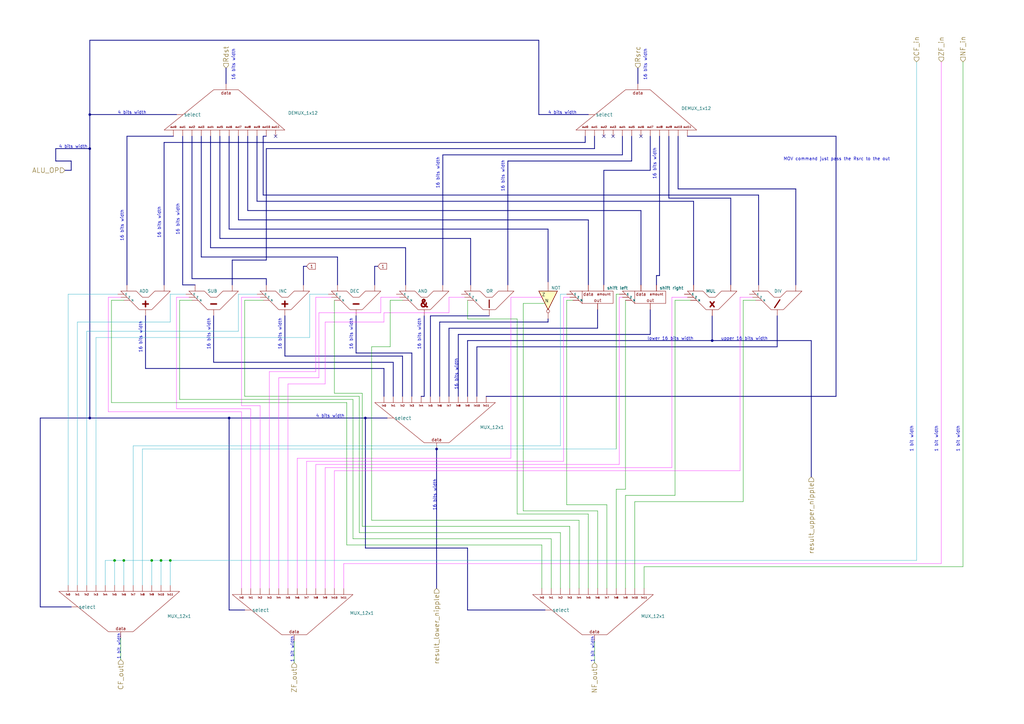
<source format=kicad_sch>
(kicad_sch (version 20211123) (generator eeschema)

  (uuid 7a8d1780-f4e8-4e93-a48a-69afa42d2106)

  (paper "A3")

  (lib_symbols
    (symbol "74xx:74HC04" (pin_numbers hide) (pin_names hide) (in_bom yes) (on_board yes)
      (property "Reference" "U" (id 0) (at 0 1.27 0)
        (effects (font (size 1.27 1.27)))
      )
      (property "Value" "74HC04" (id 1) (at 0 -1.27 0)
        (effects (font (size 1.27 1.27)))
      )
      (property "Footprint" "" (id 2) (at 0 0 0)
        (effects (font (size 1.27 1.27)) hide)
      )
      (property "Datasheet" "https://assets.nexperia.com/documents/data-sheet/74HC_HCT04.pdf" (id 3) (at 0 0 0)
        (effects (font (size 1.27 1.27)) hide)
      )
      (property "ki_locked" "" (id 4) (at 0 0 0)
        (effects (font (size 1.27 1.27)))
      )
      (property "ki_keywords" "HCMOS not inv" (id 5) (at 0 0 0)
        (effects (font (size 1.27 1.27)) hide)
      )
      (property "ki_description" "Hex Inverter" (id 6) (at 0 0 0)
        (effects (font (size 1.27 1.27)) hide)
      )
      (property "ki_fp_filters" "DIP*W7.62mm* SSOP?14* TSSOP?14*" (id 7) (at 0 0 0)
        (effects (font (size 1.27 1.27)) hide)
      )
      (symbol "74HC04_1_0"
        (polyline
          (pts
            (xy -3.81 3.81)
            (xy -3.81 -3.81)
            (xy 3.81 0)
            (xy -3.81 3.81)
          )
          (stroke (width 0.254) (type default) (color 0 0 0 0))
          (fill (type background))
        )
        (pin input line (at -7.62 0 0) (length 3.81)
          (name "~" (effects (font (size 1.27 1.27))))
          (number "1" (effects (font (size 1.27 1.27))))
        )
        (pin output inverted (at 7.62 0 180) (length 3.81)
          (name "~" (effects (font (size 1.27 1.27))))
          (number "2" (effects (font (size 1.27 1.27))))
        )
      )
      (symbol "74HC04_2_0"
        (polyline
          (pts
            (xy -3.81 3.81)
            (xy -3.81 -3.81)
            (xy 3.81 0)
            (xy -3.81 3.81)
          )
          (stroke (width 0.254) (type default) (color 0 0 0 0))
          (fill (type background))
        )
        (pin input line (at -7.62 0 0) (length 3.81)
          (name "~" (effects (font (size 1.27 1.27))))
          (number "3" (effects (font (size 1.27 1.27))))
        )
        (pin output inverted (at 7.62 0 180) (length 3.81)
          (name "~" (effects (font (size 1.27 1.27))))
          (number "4" (effects (font (size 1.27 1.27))))
        )
      )
      (symbol "74HC04_3_0"
        (polyline
          (pts
            (xy -3.81 3.81)
            (xy -3.81 -3.81)
            (xy 3.81 0)
            (xy -3.81 3.81)
          )
          (stroke (width 0.254) (type default) (color 0 0 0 0))
          (fill (type background))
        )
        (pin input line (at -7.62 0 0) (length 3.81)
          (name "~" (effects (font (size 1.27 1.27))))
          (number "5" (effects (font (size 1.27 1.27))))
        )
        (pin output inverted (at 7.62 0 180) (length 3.81)
          (name "~" (effects (font (size 1.27 1.27))))
          (number "6" (effects (font (size 1.27 1.27))))
        )
      )
      (symbol "74HC04_4_0"
        (polyline
          (pts
            (xy -3.81 3.81)
            (xy -3.81 -3.81)
            (xy 3.81 0)
            (xy -3.81 3.81)
          )
          (stroke (width 0.254) (type default) (color 0 0 0 0))
          (fill (type background))
        )
        (pin output inverted (at 7.62 0 180) (length 3.81)
          (name "~" (effects (font (size 1.27 1.27))))
          (number "8" (effects (font (size 1.27 1.27))))
        )
        (pin input line (at -7.62 0 0) (length 3.81)
          (name "~" (effects (font (size 1.27 1.27))))
          (number "9" (effects (font (size 1.27 1.27))))
        )
      )
      (symbol "74HC04_5_0"
        (polyline
          (pts
            (xy -3.81 3.81)
            (xy -3.81 -3.81)
            (xy 3.81 0)
            (xy -3.81 3.81)
          )
          (stroke (width 0.254) (type default) (color 0 0 0 0))
          (fill (type background))
        )
        (pin output inverted (at 7.62 0 180) (length 3.81)
          (name "~" (effects (font (size 1.27 1.27))))
          (number "10" (effects (font (size 1.27 1.27))))
        )
        (pin input line (at -7.62 0 0) (length 3.81)
          (name "~" (effects (font (size 1.27 1.27))))
          (number "11" (effects (font (size 1.27 1.27))))
        )
      )
      (symbol "74HC04_6_0"
        (polyline
          (pts
            (xy -3.81 3.81)
            (xy -3.81 -3.81)
            (xy 3.81 0)
            (xy -3.81 3.81)
          )
          (stroke (width 0.254) (type default) (color 0 0 0 0))
          (fill (type background))
        )
        (pin output inverted (at 7.62 0 180) (length 3.81)
          (name "~" (effects (font (size 1.27 1.27))))
          (number "12" (effects (font (size 1.27 1.27))))
        )
        (pin input line (at -7.62 0 0) (length 3.81)
          (name "~" (effects (font (size 1.27 1.27))))
          (number "13" (effects (font (size 1.27 1.27))))
        )
      )
      (symbol "74HC04_7_0"
        (pin power_in line (at 0 12.7 270) (length 5.08)
          (name "VCC" (effects (font (size 1.27 1.27))))
          (number "14" (effects (font (size 1.27 1.27))))
        )
        (pin power_in line (at 0 -12.7 90) (length 5.08)
          (name "GND" (effects (font (size 1.27 1.27))))
          (number "7" (effects (font (size 1.27 1.27))))
        )
      )
      (symbol "74HC04_7_1"
        (rectangle (start -5.08 7.62) (end 5.08 -7.62)
          (stroke (width 0.254) (type default) (color 0 0 0 0))
          (fill (type background))
        )
      )
    )
    (symbol "Adder_1" (in_bom yes) (on_board yes)
      (property "Reference" "U" (id 0) (at 0 3.81 0)
        (effects (font (size 1.27 1.27)))
      )
      (property "Value" "Adder_1" (id 1) (at 0 6.35 0)
        (effects (font (size 1.27 1.27)))
      )
      (property "Footprint" "" (id 2) (at 0 1.27 0)
        (effects (font (size 1.27 1.27)) hide)
      )
      (property "Datasheet" "" (id 3) (at 0 1.27 0)
        (effects (font (size 1.27 1.27)) hide)
      )
      (symbol "Adder_1_0_0"
        (polyline
          (pts
            (xy 10.16 5.08)
            (xy 10.16 5.08)
          )
          (stroke (width 0) (type default) (color 0 0 0 0))
          (fill (type none))
        )
        (polyline
          (pts
            (xy -10.16 5.08)
            (xy -5.08 5.08)
            (xy -3.81 5.08)
            (xy -1.27 2.54)
            (xy 1.27 2.54)
            (xy 3.81 5.08)
            (xy 10.16 5.08)
            (xy 2.54 -2.54)
            (xy -2.54 -2.54)
            (xy -10.16 5.08)
          )
          (stroke (width 0) (type default) (color 0 0 0 0))
          (fill (type none))
        )
        (text "+" (at 0 0 0)
          (effects (font (size 3 3) bold))
        )
      )
      (symbol "Adder_1_1_1"
        (pin input line (at -7.62 7.62 270) (length 2.54)
          (name "" (effects (font (size 1.27 1.27))))
          (number "" (effects (font (size 1.27 1.27))))
        )
        (pin output line (at 0 -5.08 90) (length 2.54)
          (name "" (effects (font (size 1.27 1.27))))
          (number "" (effects (font (size 1.27 1.27))))
        )
        (pin input line (at 7.62 7.62 270) (length 2.54)
          (name "" (effects (font (size 1.27 1.27))))
          (number "" (effects (font (size 1.27 1.27))))
        )
        (pin output line (at -11.43 3.81 0) (length 2.54)
          (name "C" (effects (font (size 0.75 0.75))))
          (number "" (effects (font (size 1 1))))
        )
        (pin output line (at -8.89 1.27 0) (length 2.54)
          (name "N" (effects (font (size 0.75 0.75))))
          (number "" (effects (font (size 1 1))))
        )
        (pin output line (at -10.16 2.54 0) (length 2.54)
          (name "Z" (effects (font (size 0.75 0.75))))
          (number "" (effects (font (size 1 1))))
        )
      )
    )
    (symbol "MUX_12x1_1" (in_bom yes) (on_board yes)
      (property "Reference" "U" (id 0) (at -11.43 -7.62 0)
        (effects (font (size 1.27 1.27)))
      )
      (property "Value" "MUX_12x1_1" (id 1) (at 0 0 0)
        (effects (font (size 1.27 1.27)))
      )
      (property "Footprint" "" (id 2) (at 0 -2.54 0)
        (effects (font (size 1.27 1.27)) hide)
      )
      (property "Datasheet" "" (id 3) (at 0 -2.54 0)
        (effects (font (size 1.27 1.27)) hide)
      )
      (symbol "MUX_12x1_1_0_0"
        (polyline
          (pts
            (xy 6.35 6.35)
            (xy -25.4 6.35)
            (xy -5.08 -10.16)
            (xy 5.08 -10.16)
            (xy 24.13 6.35)
            (xy 6.35 6.35)
          )
          (stroke (width 0) (type default) (color 0 0 0 0))
          (fill (type none))
        )
        (text "data" (at 0 -8.89 0)
          (effects (font (size 1.27 1.27)))
        )
        (text "in0" (at -21.59 5.08 0)
          (effects (font (size 0.75 0.75)))
        )
        (text "in1" (at -17.78 5.08 0)
          (effects (font (size 0.75 0.75)))
        )
        (text "in10" (at 16.51 5.08 0)
          (effects (font (size 0.75 0.75)))
        )
        (text "in11" (at 20.32 5.08 0)
          (effects (font (size 0.75 0.75)))
        )
        (text "in2" (at -13.97 5.08 0)
          (effects (font (size 0.75 0.75)))
        )
        (text "in3" (at -10.16 5.08 0)
          (effects (font (size 0.75 0.75)))
        )
        (text "in4" (at -6.35 5.08 0)
          (effects (font (size 0.75 0.75)))
        )
        (text "in5" (at -2.54 5.08 0)
          (effects (font (size 0.75 0.75)))
        )
        (text "in6" (at 1.27 5.08 0)
          (effects (font (size 0.75 0.75)))
        )
        (text "in7" (at 5.08 5.08 0)
          (effects (font (size 0.75 0.75)))
        )
        (text "in8" (at 8.89 5.08 0)
          (effects (font (size 0.75 0.75)))
        )
        (text "in9" (at 12.7 5.08 0)
          (effects (font (size 0.75 0.75)))
        )
      )
      (symbol "MUX_12x1_1_1_1"
        (pin input line (at -21.59 8.89 270) (length 2.54)
          (name "" (effects (font (size 0.75 0.75))))
          (number "" (effects (font (size 1 1))))
        )
        (pin input line (at -17.78 8.89 270) (length 2.54)
          (name "" (effects (font (size 0.75 0.75))))
          (number "" (effects (font (size 1 1))))
        )
        (pin input line (at -13.97 8.89 270) (length 2.54)
          (name "" (effects (font (size 0.75 0.75))))
          (number "" (effects (font (size 1 1))))
        )
        (pin input line (at -10.16 8.89 270) (length 2.54)
          (name "" (effects (font (size 0.75 0.75))))
          (number "" (effects (font (size 1 1))))
        )
        (pin input line (at -6.35 8.89 270) (length 2.54)
          (name "" (effects (font (size 0.75 0.75))))
          (number "" (effects (font (size 1 1))))
        )
        (pin input line (at -2.54 8.89 270) (length 2.54)
          (name "" (effects (font (size 0.75 0.75))))
          (number "" (effects (font (size 1 1))))
        )
        (pin output line (at 0 -12.7 90) (length 2.54)
          (name "" (effects (font (size 0.75 0.75))))
          (number "" (effects (font (size 1 1))))
        )
        (pin input line (at 1.27 8.89 270) (length 2.54)
          (name "" (effects (font (size 0.75 0.75))))
          (number "" (effects (font (size 1 1))))
        )
        (pin input line (at 5.08 8.89 270) (length 2.54)
          (name "" (effects (font (size 0.75 0.75))))
          (number "" (effects (font (size 1 1))))
        )
        (pin input line (at 8.89 8.89 270) (length 2.54)
          (name "" (effects (font (size 0.75 0.75))))
          (number "" (effects (font (size 1 1))))
        )
        (pin input line (at 12.7 8.89 270) (length 2.54)
          (name "" (effects (font (size 0.75 0.75))))
          (number "" (effects (font (size 1 1))))
        )
        (pin input line (at 16.51 8.89 270) (length 2.54)
          (name "" (effects (font (size 0.75 0.75))))
          (number "" (effects (font (size 1 1))))
        )
        (pin input line (at 20.32 8.89 270) (length 2.54)
          (name "" (effects (font (size 0.75 0.75))))
          (number "" (effects (font (size 1 1))))
        )
        (pin input line (at -20.32 0 0) (length 2.54)
          (name "select" (effects (font (size 1.5 1.5))))
          (number "" (effects (font (size 1 1))))
        )
      )
    )
    (symbol "MUX_12x1_2" (in_bom yes) (on_board yes)
      (property "Reference" "U" (id 0) (at -11.43 -7.62 0)
        (effects (font (size 1.27 1.27)))
      )
      (property "Value" "MUX_12x1_2" (id 1) (at 0 0 0)
        (effects (font (size 1.27 1.27)))
      )
      (property "Footprint" "" (id 2) (at 0 -2.54 0)
        (effects (font (size 1.27 1.27)) hide)
      )
      (property "Datasheet" "" (id 3) (at 0 -2.54 0)
        (effects (font (size 1.27 1.27)) hide)
      )
      (symbol "MUX_12x1_2_0_0"
        (polyline
          (pts
            (xy 6.35 6.35)
            (xy -25.4 6.35)
            (xy -5.08 -10.16)
            (xy 5.08 -10.16)
            (xy 24.13 6.35)
            (xy 6.35 6.35)
          )
          (stroke (width 0) (type default) (color 0 0 0 0))
          (fill (type none))
        )
        (text "data" (at 0 -8.89 0)
          (effects (font (size 1.27 1.27)))
        )
        (text "in0" (at -21.59 5.08 0)
          (effects (font (size 0.75 0.75)))
        )
        (text "in1" (at -17.78 5.08 0)
          (effects (font (size 0.75 0.75)))
        )
        (text "in10" (at 16.51 5.08 0)
          (effects (font (size 0.75 0.75)))
        )
        (text "in11" (at 20.32 5.08 0)
          (effects (font (size 0.75 0.75)))
        )
        (text "in2" (at -13.97 5.08 0)
          (effects (font (size 0.75 0.75)))
        )
        (text "in3" (at -10.16 5.08 0)
          (effects (font (size 0.75 0.75)))
        )
        (text "in4" (at -6.35 5.08 0)
          (effects (font (size 0.75 0.75)))
        )
        (text "in5" (at -2.54 5.08 0)
          (effects (font (size 0.75 0.75)))
        )
        (text "in6" (at 1.27 5.08 0)
          (effects (font (size 0.75 0.75)))
        )
        (text "in7" (at 5.08 5.08 0)
          (effects (font (size 0.75 0.75)))
        )
        (text "in8" (at 8.89 5.08 0)
          (effects (font (size 0.75 0.75)))
        )
        (text "in9" (at 12.7 5.08 0)
          (effects (font (size 0.75 0.75)))
        )
      )
      (symbol "MUX_12x1_2_1_1"
        (pin input line (at -21.59 8.89 270) (length 2.54)
          (name "" (effects (font (size 0.75 0.75))))
          (number "" (effects (font (size 1 1))))
        )
        (pin input line (at -17.78 8.89 270) (length 2.54)
          (name "" (effects (font (size 0.75 0.75))))
          (number "" (effects (font (size 1 1))))
        )
        (pin input line (at -13.97 8.89 270) (length 2.54)
          (name "" (effects (font (size 0.75 0.75))))
          (number "" (effects (font (size 1 1))))
        )
        (pin input line (at -10.16 8.89 270) (length 2.54)
          (name "" (effects (font (size 0.75 0.75))))
          (number "" (effects (font (size 1 1))))
        )
        (pin input line (at -6.35 8.89 270) (length 2.54)
          (name "" (effects (font (size 0.75 0.75))))
          (number "" (effects (font (size 1 1))))
        )
        (pin input line (at -2.54 8.89 270) (length 2.54)
          (name "" (effects (font (size 0.75 0.75))))
          (number "" (effects (font (size 1 1))))
        )
        (pin output line (at 0 -12.7 90) (length 2.54)
          (name "" (effects (font (size 0.75 0.75))))
          (number "" (effects (font (size 1 1))))
        )
        (pin input line (at 1.27 8.89 270) (length 2.54)
          (name "" (effects (font (size 0.75 0.75))))
          (number "" (effects (font (size 1 1))))
        )
        (pin input line (at 5.08 8.89 270) (length 2.54)
          (name "" (effects (font (size 0.75 0.75))))
          (number "" (effects (font (size 1 1))))
        )
        (pin input line (at 8.89 8.89 270) (length 2.54)
          (name "" (effects (font (size 0.75 0.75))))
          (number "" (effects (font (size 1 1))))
        )
        (pin input line (at 12.7 8.89 270) (length 2.54)
          (name "" (effects (font (size 0.75 0.75))))
          (number "" (effects (font (size 1 1))))
        )
        (pin input line (at 16.51 8.89 270) (length 2.54)
          (name "" (effects (font (size 0.75 0.75))))
          (number "" (effects (font (size 1 1))))
        )
        (pin input line (at 20.32 8.89 270) (length 2.54)
          (name "" (effects (font (size 0.75 0.75))))
          (number "" (effects (font (size 1 1))))
        )
        (pin input line (at -20.32 0 0) (length 2.54)
          (name "select" (effects (font (size 1.5 1.5))))
          (number "" (effects (font (size 1 1))))
        )
      )
    )
    (symbol "MUX_12x1_3" (in_bom yes) (on_board yes)
      (property "Reference" "U" (id 0) (at -11.43 -7.62 0)
        (effects (font (size 1.27 1.27)))
      )
      (property "Value" "MUX_12x1_3" (id 1) (at 0 0 0)
        (effects (font (size 1.27 1.27)))
      )
      (property "Footprint" "" (id 2) (at 0 -2.54 0)
        (effects (font (size 1.27 1.27)) hide)
      )
      (property "Datasheet" "" (id 3) (at 0 -2.54 0)
        (effects (font (size 1.27 1.27)) hide)
      )
      (symbol "MUX_12x1_3_0_0"
        (polyline
          (pts
            (xy 6.35 6.35)
            (xy -25.4 6.35)
            (xy -5.08 -10.16)
            (xy 5.08 -10.16)
            (xy 24.13 6.35)
            (xy 6.35 6.35)
          )
          (stroke (width 0) (type default) (color 0 0 0 0))
          (fill (type none))
        )
        (text "data" (at 0 -8.89 0)
          (effects (font (size 1.27 1.27)))
        )
        (text "in0" (at -21.59 5.08 0)
          (effects (font (size 0.75 0.75)))
        )
        (text "in1" (at -17.78 5.08 0)
          (effects (font (size 0.75 0.75)))
        )
        (text "in10" (at 16.51 5.08 0)
          (effects (font (size 0.75 0.75)))
        )
        (text "in11" (at 20.32 5.08 0)
          (effects (font (size 0.75 0.75)))
        )
        (text "in2" (at -13.97 5.08 0)
          (effects (font (size 0.75 0.75)))
        )
        (text "in3" (at -10.16 5.08 0)
          (effects (font (size 0.75 0.75)))
        )
        (text "in4" (at -6.35 5.08 0)
          (effects (font (size 0.75 0.75)))
        )
        (text "in5" (at -2.54 5.08 0)
          (effects (font (size 0.75 0.75)))
        )
        (text "in6" (at 1.27 5.08 0)
          (effects (font (size 0.75 0.75)))
        )
        (text "in7" (at 5.08 5.08 0)
          (effects (font (size 0.75 0.75)))
        )
        (text "in8" (at 8.89 5.08 0)
          (effects (font (size 0.75 0.75)))
        )
        (text "in9" (at 12.7 5.08 0)
          (effects (font (size 0.75 0.75)))
        )
      )
      (symbol "MUX_12x1_3_1_1"
        (pin input line (at -21.59 8.89 270) (length 2.54)
          (name "" (effects (font (size 0.75 0.75))))
          (number "" (effects (font (size 1 1))))
        )
        (pin input line (at -17.78 8.89 270) (length 2.54)
          (name "" (effects (font (size 0.75 0.75))))
          (number "" (effects (font (size 1 1))))
        )
        (pin input line (at -13.97 8.89 270) (length 2.54)
          (name "" (effects (font (size 0.75 0.75))))
          (number "" (effects (font (size 1 1))))
        )
        (pin input line (at -10.16 8.89 270) (length 2.54)
          (name "" (effects (font (size 0.75 0.75))))
          (number "" (effects (font (size 1 1))))
        )
        (pin input line (at -6.35 8.89 270) (length 2.54)
          (name "" (effects (font (size 0.75 0.75))))
          (number "" (effects (font (size 1 1))))
        )
        (pin input line (at -2.54 8.89 270) (length 2.54)
          (name "" (effects (font (size 0.75 0.75))))
          (number "" (effects (font (size 1 1))))
        )
        (pin output line (at 0 -12.7 90) (length 2.54)
          (name "" (effects (font (size 0.75 0.75))))
          (number "" (effects (font (size 1 1))))
        )
        (pin input line (at 1.27 8.89 270) (length 2.54)
          (name "" (effects (font (size 0.75 0.75))))
          (number "" (effects (font (size 1 1))))
        )
        (pin input line (at 5.08 8.89 270) (length 2.54)
          (name "" (effects (font (size 0.75 0.75))))
          (number "" (effects (font (size 1 1))))
        )
        (pin input line (at 8.89 8.89 270) (length 2.54)
          (name "" (effects (font (size 0.75 0.75))))
          (number "" (effects (font (size 1 1))))
        )
        (pin input line (at 12.7 8.89 270) (length 2.54)
          (name "" (effects (font (size 0.75 0.75))))
          (number "" (effects (font (size 1 1))))
        )
        (pin input line (at 16.51 8.89 270) (length 2.54)
          (name "" (effects (font (size 0.75 0.75))))
          (number "" (effects (font (size 1 1))))
        )
        (pin input line (at 20.32 8.89 270) (length 2.54)
          (name "" (effects (font (size 0.75 0.75))))
          (number "" (effects (font (size 1 1))))
        )
        (pin input line (at -20.32 0 0) (length 2.54)
          (name "select" (effects (font (size 1.5 1.5))))
          (number "" (effects (font (size 1 1))))
        )
      )
    )
    (symbol "Sub_1" (in_bom yes) (on_board yes)
      (property "Reference" "U" (id 0) (at 0 3.81 0)
        (effects (font (size 1.27 1.27)))
      )
      (property "Value" "Sub_1" (id 1) (at 0 6.35 0)
        (effects (font (size 1.27 1.27)))
      )
      (property "Footprint" "" (id 2) (at 0 1.27 0)
        (effects (font (size 1.27 1.27)) hide)
      )
      (property "Datasheet" "" (id 3) (at 0 1.27 0)
        (effects (font (size 1.27 1.27)) hide)
      )
      (symbol "Sub_1_0_0"
        (polyline
          (pts
            (xy 10.16 5.08)
            (xy 10.16 5.08)
          )
          (stroke (width 0) (type default) (color 0 0 0 0))
          (fill (type none))
        )
        (polyline
          (pts
            (xy -10.16 5.08)
            (xy -5.08 5.08)
            (xy -3.81 5.08)
            (xy -1.27 2.54)
            (xy 1.27 2.54)
            (xy 3.81 5.08)
            (xy 10.16 5.08)
            (xy 2.54 -2.54)
            (xy -2.54 -2.54)
            (xy -10.16 5.08)
          )
          (stroke (width 0) (type default) (color 0 0 0 0))
          (fill (type none))
        )
        (text "-" (at 0 0 0)
          (effects (font (size 3 3) bold))
        )
      )
      (symbol "Sub_1_1_1"
        (pin input line (at -7.62 7.62 270) (length 2.54)
          (name "" (effects (font (size 1.27 1.27))))
          (number "" (effects (font (size 1.27 1.27))))
        )
        (pin output line (at 0 -5.08 90) (length 2.54)
          (name "" (effects (font (size 1.27 1.27))))
          (number "" (effects (font (size 1.27 1.27))))
        )
        (pin input line (at 7.62 7.62 270) (length 2.54)
          (name "" (effects (font (size 1.27 1.27))))
          (number "" (effects (font (size 1.27 1.27))))
        )
        (pin output line (at -11.43 3.81 0) (length 2.54)
          (name "C" (effects (font (size 0.75 0.75))))
          (number "" (effects (font (size 1 1))))
        )
        (pin output line (at -8.89 1.27 0) (length 2.54)
          (name "N" (effects (font (size 0.75 0.75))))
          (number "" (effects (font (size 1 1))))
        )
        (pin output line (at -10.16 2.54 0) (length 2.54)
          (name "Z" (effects (font (size 0.75 0.75))))
          (number "" (effects (font (size 1 1))))
        )
      )
    )
    (symbol "computerArchProj:AND" (in_bom yes) (on_board yes)
      (property "Reference" "U" (id 0) (at 0 3.81 0)
        (effects (font (size 1.27 1.27)))
      )
      (property "Value" "AND" (id 1) (at 0 6.35 0)
        (effects (font (size 1.27 1.27)))
      )
      (property "Footprint" "" (id 2) (at 0 1.27 0)
        (effects (font (size 1.27 1.27)) hide)
      )
      (property "Datasheet" "" (id 3) (at 0 1.27 0)
        (effects (font (size 1.27 1.27)) hide)
      )
      (symbol "AND_0_0"
        (polyline
          (pts
            (xy 10.16 5.08)
            (xy 10.16 5.08)
          )
          (stroke (width 0) (type default) (color 0 0 0 0))
          (fill (type none))
        )
        (polyline
          (pts
            (xy -10.16 5.08)
            (xy -5.08 5.08)
            (xy -3.81 5.08)
            (xy -1.27 2.54)
            (xy 1.27 2.54)
            (xy 3.81 5.08)
            (xy 10.16 5.08)
            (xy 2.54 -2.54)
            (xy -2.54 -2.54)
            (xy -10.16 5.08)
          )
          (stroke (width 0) (type default) (color 0 0 0 0))
          (fill (type none))
        )
        (text "&" (at 0 0 0)
          (effects (font (size 3 3) bold))
        )
      )
      (symbol "AND_1_1"
        (pin input line (at -7.62 7.62 270) (length 2.54)
          (name "" (effects (font (size 1.27 1.27))))
          (number "" (effects (font (size 1.27 1.27))))
        )
        (pin output line (at 0 -5.08 90) (length 2.54)
          (name "" (effects (font (size 1.27 1.27))))
          (number "" (effects (font (size 1.27 1.27))))
        )
        (pin input line (at 7.62 7.62 270) (length 2.54)
          (name "" (effects (font (size 1.27 1.27))))
          (number "" (effects (font (size 1.27 1.27))))
        )
        (pin output line (at -11.43 3.81 0) (length 2.54)
          (name "C" (effects (font (size 0.75 0.75))))
          (number "" (effects (font (size 1 1))))
        )
        (pin output line (at -8.89 1.27 0) (length 2.54)
          (name "N" (effects (font (size 0.75 0.75))))
          (number "" (effects (font (size 1 1))))
        )
        (pin output line (at -10.16 2.54 0) (length 2.54)
          (name "Z" (effects (font (size 0.75 0.75))))
          (number "" (effects (font (size 1 1))))
        )
      )
    )
    (symbol "computerArchProj:Adder" (in_bom yes) (on_board yes)
      (property "Reference" "U" (id 0) (at 0 3.81 0)
        (effects (font (size 1.27 1.27)))
      )
      (property "Value" "Adder" (id 1) (at 0 6.35 0)
        (effects (font (size 1.27 1.27)))
      )
      (property "Footprint" "" (id 2) (at 0 1.27 0)
        (effects (font (size 1.27 1.27)) hide)
      )
      (property "Datasheet" "" (id 3) (at 0 1.27 0)
        (effects (font (size 1.27 1.27)) hide)
      )
      (symbol "Adder_0_0"
        (polyline
          (pts
            (xy 10.16 5.08)
            (xy 10.16 5.08)
          )
          (stroke (width 0) (type default) (color 0 0 0 0))
          (fill (type none))
        )
        (polyline
          (pts
            (xy -10.16 5.08)
            (xy -5.08 5.08)
            (xy -3.81 5.08)
            (xy -1.27 2.54)
            (xy 1.27 2.54)
            (xy 3.81 5.08)
            (xy 10.16 5.08)
            (xy 2.54 -2.54)
            (xy -2.54 -2.54)
            (xy -10.16 5.08)
          )
          (stroke (width 0) (type default) (color 0 0 0 0))
          (fill (type none))
        )
        (text "+" (at 0 0 0)
          (effects (font (size 3 3) bold))
        )
      )
      (symbol "Adder_1_1"
        (pin input line (at -7.62 7.62 270) (length 2.54)
          (name "" (effects (font (size 1.27 1.27))))
          (number "" (effects (font (size 1.27 1.27))))
        )
        (pin output line (at 0 -5.08 90) (length 2.54)
          (name "" (effects (font (size 1.27 1.27))))
          (number "" (effects (font (size 1.27 1.27))))
        )
        (pin input line (at 7.62 7.62 270) (length 2.54)
          (name "" (effects (font (size 1.27 1.27))))
          (number "" (effects (font (size 1.27 1.27))))
        )
        (pin output line (at -11.43 3.81 0) (length 2.54)
          (name "C" (effects (font (size 0.75 0.75))))
          (number "" (effects (font (size 1 1))))
        )
        (pin output line (at -8.89 1.27 0) (length 2.54)
          (name "N" (effects (font (size 0.75 0.75))))
          (number "" (effects (font (size 1 1))))
        )
        (pin output line (at -10.16 2.54 0) (length 2.54)
          (name "Z" (effects (font (size 0.75 0.75))))
          (number "" (effects (font (size 1 1))))
        )
      )
    )
    (symbol "computerArchProj:DEMUX_1x12" (in_bom yes) (on_board yes)
      (property "Reference" "U" (id 0) (at -6.35 5.08 0)
        (effects (font (size 1.27 1.27)))
      )
      (property "Value" "DEMUX_1x12" (id 1) (at 15.24 6.35 0)
        (effects (font (size 1.27 1.27)))
      )
      (property "Footprint" "" (id 2) (at 0 -3.81 0)
        (effects (font (size 1.27 1.27)) hide)
      )
      (property "Datasheet" "" (id 3) (at 0 -3.81 0)
        (effects (font (size 1.27 1.27)) hide)
      )
      (symbol "DEMUX_1x12_0_0"
        (polyline
          (pts
            (xy 5.08 -6.35)
            (xy -26.67 -6.35)
            (xy -6.35 10.16)
            (xy 3.81 10.16)
            (xy 22.86 -6.35)
            (xy 5.08 -6.35)
          )
          (stroke (width 0) (type default) (color 0 0 0 0))
          (fill (type none))
        )
        (text "data" (at -1.27 8.89 0)
          (effects (font (size 1.27 1.27)))
        )
        (text "out0" (at -22.86 -5.08 0)
          (effects (font (size 0.75 0.75)))
        )
        (text "out1" (at -19.05 -5.08 0)
          (effects (font (size 0.75 0.75)))
        )
        (text "out10" (at 15.24 -5.08 0)
          (effects (font (size 0.75 0.75)))
        )
        (text "out11" (at 19.05 -5.08 0)
          (effects (font (size 0.75 0.75)))
        )
        (text "out2" (at -15.24 -5.08 0)
          (effects (font (size 0.75 0.75)))
        )
        (text "out3" (at -11.43 -5.08 0)
          (effects (font (size 0.75 0.75)))
        )
        (text "out4" (at -7.62 -5.08 0)
          (effects (font (size 0.75 0.75)))
        )
        (text "out5" (at -3.81 -5.08 0)
          (effects (font (size 0.75 0.75)))
        )
        (text "out6" (at 0 -5.08 0)
          (effects (font (size 0.75 0.75)))
        )
        (text "out7" (at 3.81 -5.08 0)
          (effects (font (size 0.75 0.75)))
        )
        (text "out8" (at 7.62 -5.08 0)
          (effects (font (size 0.75 0.75)))
        )
        (text "out9" (at 11.43 -5.08 0)
          (effects (font (size 0.75 0.75)))
        )
      )
      (symbol "DEMUX_1x12_1_1"
        (pin output line (at -22.86 -8.89 90) (length 2.54)
          (name "" (effects (font (size 0.75 0.75))))
          (number "" (effects (font (size 1 1))))
        )
        (pin output line (at -19.05 -8.89 90) (length 2.54)
          (name "" (effects (font (size 0.75 0.75))))
          (number "" (effects (font (size 1 1))))
        )
        (pin output line (at -15.24 -8.89 90) (length 2.54)
          (name "" (effects (font (size 0.75 0.75))))
          (number "" (effects (font (size 1 1))))
        )
        (pin output line (at -11.43 -8.89 90) (length 2.54)
          (name "" (effects (font (size 0.75 0.75))))
          (number "" (effects (font (size 1 1))))
        )
        (pin output line (at -7.62 -8.89 90) (length 2.54)
          (name "" (effects (font (size 0.75 0.75))))
          (number "" (effects (font (size 1 1))))
        )
        (pin output line (at -3.81 -8.89 90) (length 2.54)
          (name "" (effects (font (size 0.75 0.75))))
          (number "" (effects (font (size 1 1))))
        )
        (pin input line (at -1.27 12.7 270) (length 2.54)
          (name "" (effects (font (size 0.75 0.75))))
          (number "" (effects (font (size 1 1))))
        )
        (pin output line (at 0 -8.89 90) (length 2.54)
          (name "" (effects (font (size 0.75 0.75))))
          (number "" (effects (font (size 1 1))))
        )
        (pin output line (at 3.81 -8.89 90) (length 2.54)
          (name "" (effects (font (size 0.75 0.75))))
          (number "" (effects (font (size 1 1))))
        )
        (pin output line (at 7.62 -8.89 90) (length 2.54)
          (name "" (effects (font (size 0.75 0.75))))
          (number "" (effects (font (size 1 1))))
        )
        (pin output line (at 11.43 -8.89 90) (length 2.54)
          (name "" (effects (font (size 0.75 0.75))))
          (number "" (effects (font (size 1 1))))
        )
        (pin output line (at 15.24 -8.89 90) (length 2.54)
          (name "" (effects (font (size 0.75 0.75))))
          (number "" (effects (font (size 1 1))))
        )
        (pin output line (at 19.05 -8.89 90) (length 2.54)
          (name "" (effects (font (size 0.75 0.75))))
          (number "" (effects (font (size 1 1))))
        )
        (pin input line (at -21.59 0 0) (length 2.54)
          (name "select" (effects (font (size 1.5 1.5))))
          (number "" (effects (font (size 1 1))))
        )
      )
    )
    (symbol "computerArchProj:DIV" (in_bom yes) (on_board yes)
      (property "Reference" "U" (id 0) (at 0 3.81 0)
        (effects (font (size 1.27 1.27)))
      )
      (property "Value" "DIV" (id 1) (at 0 6.35 0)
        (effects (font (size 1.27 1.27)))
      )
      (property "Footprint" "" (id 2) (at 0 1.27 0)
        (effects (font (size 1.27 1.27)) hide)
      )
      (property "Datasheet" "" (id 3) (at 0 1.27 0)
        (effects (font (size 1.27 1.27)) hide)
      )
      (symbol "DIV_0_0"
        (polyline
          (pts
            (xy 10.16 5.08)
            (xy 10.16 5.08)
          )
          (stroke (width 0) (type default) (color 0 0 0 0))
          (fill (type none))
        )
        (polyline
          (pts
            (xy -10.16 5.08)
            (xy -5.08 5.08)
            (xy -3.81 5.08)
            (xy -1.27 2.54)
            (xy 1.27 2.54)
            (xy 3.81 5.08)
            (xy 10.16 5.08)
            (xy 2.54 -2.54)
            (xy -2.54 -2.54)
            (xy -10.16 5.08)
          )
          (stroke (width 0) (type default) (color 0 0 0 0))
          (fill (type none))
        )
        (text "/" (at 0 0 0)
          (effects (font (size 2.5 2.5) bold))
        )
      )
      (symbol "DIV_1_1"
        (pin input line (at -7.62 7.62 270) (length 2.54)
          (name "" (effects (font (size 1.27 1.27))))
          (number "" (effects (font (size 1.27 1.27))))
        )
        (pin output line (at 0 -5.08 90) (length 2.54)
          (name "" (effects (font (size 1.27 1.27))))
          (number "" (effects (font (size 1.27 1.27))))
        )
        (pin input line (at 7.62 7.62 270) (length 2.54)
          (name "" (effects (font (size 1.27 1.27))))
          (number "" (effects (font (size 1.27 1.27))))
        )
        (pin output line (at -11.43 3.81 0) (length 2.54)
          (name "C" (effects (font (size 0.75 0.75))))
          (number "" (effects (font (size 1 1))))
        )
        (pin output line (at -8.89 1.27 0) (length 2.54)
          (name "N" (effects (font (size 0.75 0.75))))
          (number "" (effects (font (size 1 1))))
        )
        (pin output line (at -10.16 2.54 0) (length 2.54)
          (name "Z" (effects (font (size 0.75 0.75))))
          (number "" (effects (font (size 1 1))))
        )
      )
    )
    (symbol "computerArchProj:MUL" (in_bom yes) (on_board yes)
      (property "Reference" "U" (id 0) (at 0 3.81 0)
        (effects (font (size 1.27 1.27)))
      )
      (property "Value" "MUL" (id 1) (at 0 6.35 0)
        (effects (font (size 1.27 1.27)))
      )
      (property "Footprint" "" (id 2) (at 0 1.27 0)
        (effects (font (size 1.27 1.27)) hide)
      )
      (property "Datasheet" "" (id 3) (at 0 1.27 0)
        (effects (font (size 1.27 1.27)) hide)
      )
      (symbol "MUL_0_0"
        (polyline
          (pts
            (xy 10.16 5.08)
            (xy 10.16 5.08)
          )
          (stroke (width 0) (type default) (color 0 0 0 0))
          (fill (type none))
        )
        (polyline
          (pts
            (xy -10.16 5.08)
            (xy -5.08 5.08)
            (xy -3.81 5.08)
            (xy -1.27 2.54)
            (xy 1.27 2.54)
            (xy 3.81 5.08)
            (xy 10.16 5.08)
            (xy 2.54 -2.54)
            (xy -2.54 -2.54)
            (xy -10.16 5.08)
          )
          (stroke (width 0) (type default) (color 0 0 0 0))
          (fill (type none))
        )
        (text "x" (at 0 0 0)
          (effects (font (size 3 3) bold))
        )
      )
      (symbol "MUL_1_1"
        (pin input line (at -7.62 7.62 270) (length 2.54)
          (name "" (effects (font (size 1.27 1.27))))
          (number "" (effects (font (size 1.27 1.27))))
        )
        (pin output line (at 0 -5.08 90) (length 2.54)
          (name "" (effects (font (size 1.27 1.27))))
          (number "" (effects (font (size 1.27 1.27))))
        )
        (pin input line (at 7.62 7.62 270) (length 2.54)
          (name "" (effects (font (size 1.27 1.27))))
          (number "" (effects (font (size 1.27 1.27))))
        )
        (pin output line (at -11.43 3.81 0) (length 2.54)
          (name "C" (effects (font (size 0.75 0.75))))
          (number "" (effects (font (size 1 1))))
        )
        (pin output line (at -8.89 1.27 0) (length 2.54)
          (name "N" (effects (font (size 0.75 0.75))))
          (number "" (effects (font (size 1 1))))
        )
        (pin output line (at -10.16 2.54 0) (length 2.54)
          (name "Z" (effects (font (size 0.75 0.75))))
          (number "" (effects (font (size 1 1))))
        )
      )
    )
    (symbol "computerArchProj:MUX_12x1" (in_bom yes) (on_board yes)
      (property "Reference" "U" (id 0) (at -11.43 -7.62 0)
        (effects (font (size 1.27 1.27)))
      )
      (property "Value" "MUX_12x1" (id 1) (at 0 0 0)
        (effects (font (size 1.27 1.27)))
      )
      (property "Footprint" "" (id 2) (at 0 -2.54 0)
        (effects (font (size 1.27 1.27)) hide)
      )
      (property "Datasheet" "" (id 3) (at 0 -2.54 0)
        (effects (font (size 1.27 1.27)) hide)
      )
      (symbol "MUX_12x1_0_0"
        (polyline
          (pts
            (xy 6.35 6.35)
            (xy -25.4 6.35)
            (xy -5.08 -10.16)
            (xy 5.08 -10.16)
            (xy 24.13 6.35)
            (xy 6.35 6.35)
          )
          (stroke (width 0) (type default) (color 0 0 0 0))
          (fill (type none))
        )
        (text "data" (at 0 -8.89 0)
          (effects (font (size 1.27 1.27)))
        )
        (text "in0" (at -21.59 5.08 0)
          (effects (font (size 0.75 0.75)))
        )
        (text "in1" (at -17.78 5.08 0)
          (effects (font (size 0.75 0.75)))
        )
        (text "in10" (at 16.51 5.08 0)
          (effects (font (size 0.75 0.75)))
        )
        (text "in11" (at 20.32 5.08 0)
          (effects (font (size 0.75 0.75)))
        )
        (text "in2" (at -13.97 5.08 0)
          (effects (font (size 0.75 0.75)))
        )
        (text "in3" (at -10.16 5.08 0)
          (effects (font (size 0.75 0.75)))
        )
        (text "in4" (at -6.35 5.08 0)
          (effects (font (size 0.75 0.75)))
        )
        (text "in5" (at -2.54 5.08 0)
          (effects (font (size 0.75 0.75)))
        )
        (text "in6" (at 1.27 5.08 0)
          (effects (font (size 0.75 0.75)))
        )
        (text "in7" (at 5.08 5.08 0)
          (effects (font (size 0.75 0.75)))
        )
        (text "in8" (at 8.89 5.08 0)
          (effects (font (size 0.75 0.75)))
        )
        (text "in9" (at 12.7 5.08 0)
          (effects (font (size 0.75 0.75)))
        )
      )
      (symbol "MUX_12x1_1_1"
        (pin input line (at -21.59 8.89 270) (length 2.54)
          (name "" (effects (font (size 0.75 0.75))))
          (number "" (effects (font (size 1 1))))
        )
        (pin input line (at -17.78 8.89 270) (length 2.54)
          (name "" (effects (font (size 0.75 0.75))))
          (number "" (effects (font (size 1 1))))
        )
        (pin input line (at -13.97 8.89 270) (length 2.54)
          (name "" (effects (font (size 0.75 0.75))))
          (number "" (effects (font (size 1 1))))
        )
        (pin input line (at -10.16 8.89 270) (length 2.54)
          (name "" (effects (font (size 0.75 0.75))))
          (number "" (effects (font (size 1 1))))
        )
        (pin input line (at -6.35 8.89 270) (length 2.54)
          (name "" (effects (font (size 0.75 0.75))))
          (number "" (effects (font (size 1 1))))
        )
        (pin input line (at -2.54 8.89 270) (length 2.54)
          (name "" (effects (font (size 0.75 0.75))))
          (number "" (effects (font (size 1 1))))
        )
        (pin output line (at 0 -12.7 90) (length 2.54)
          (name "" (effects (font (size 0.75 0.75))))
          (number "" (effects (font (size 1 1))))
        )
        (pin input line (at 1.27 8.89 270) (length 2.54)
          (name "" (effects (font (size 0.75 0.75))))
          (number "" (effects (font (size 1 1))))
        )
        (pin input line (at 5.08 8.89 270) (length 2.54)
          (name "" (effects (font (size 0.75 0.75))))
          (number "" (effects (font (size 1 1))))
        )
        (pin input line (at 8.89 8.89 270) (length 2.54)
          (name "" (effects (font (size 0.75 0.75))))
          (number "" (effects (font (size 1 1))))
        )
        (pin input line (at 12.7 8.89 270) (length 2.54)
          (name "" (effects (font (size 0.75 0.75))))
          (number "" (effects (font (size 1 1))))
        )
        (pin input line (at 16.51 8.89 270) (length 2.54)
          (name "" (effects (font (size 0.75 0.75))))
          (number "" (effects (font (size 1 1))))
        )
        (pin input line (at 20.32 8.89 270) (length 2.54)
          (name "" (effects (font (size 0.75 0.75))))
          (number "" (effects (font (size 1 1))))
        )
        (pin input line (at -20.32 0 0) (length 2.54)
          (name "select" (effects (font (size 1.5 1.5))))
          (number "" (effects (font (size 1 1))))
        )
      )
    )
    (symbol "computerArchProj:OR" (in_bom yes) (on_board yes)
      (property "Reference" "U" (id 0) (at 0 3.81 0)
        (effects (font (size 1.27 1.27)))
      )
      (property "Value" "OR" (id 1) (at 0 6.35 0)
        (effects (font (size 1.27 1.27)))
      )
      (property "Footprint" "" (id 2) (at 0 1.27 0)
        (effects (font (size 1.27 1.27)) hide)
      )
      (property "Datasheet" "" (id 3) (at 0 1.27 0)
        (effects (font (size 1.27 1.27)) hide)
      )
      (symbol "OR_0_0"
        (polyline
          (pts
            (xy 10.16 5.08)
            (xy 10.16 5.08)
          )
          (stroke (width 0) (type default) (color 0 0 0 0))
          (fill (type none))
        )
        (polyline
          (pts
            (xy -10.16 5.08)
            (xy -5.08 5.08)
            (xy -3.81 5.08)
            (xy -1.27 2.54)
            (xy 1.27 2.54)
            (xy 3.81 5.08)
            (xy 10.16 5.08)
            (xy 2.54 -2.54)
            (xy -2.54 -2.54)
            (xy -10.16 5.08)
          )
          (stroke (width 0) (type default) (color 0 0 0 0))
          (fill (type none))
        )
        (text "|" (at 0 0 0)
          (effects (font (size 2.2 2.2) bold))
        )
      )
      (symbol "OR_1_1"
        (pin input line (at -7.62 7.62 270) (length 2.54)
          (name "" (effects (font (size 1.27 1.27))))
          (number "" (effects (font (size 1.27 1.27))))
        )
        (pin output line (at 0 -5.08 90) (length 2.54)
          (name "" (effects (font (size 1.27 1.27))))
          (number "" (effects (font (size 1.27 1.27))))
        )
        (pin input line (at 7.62 7.62 270) (length 2.54)
          (name "" (effects (font (size 1.27 1.27))))
          (number "" (effects (font (size 1.27 1.27))))
        )
        (pin output line (at -11.43 3.81 0) (length 2.54)
          (name "C" (effects (font (size 0.75 0.75))))
          (number "" (effects (font (size 1 1))))
        )
        (pin output line (at -8.89 1.27 0) (length 2.54)
          (name "N" (effects (font (size 0.75 0.75))))
          (number "" (effects (font (size 1 1))))
        )
        (pin output line (at -10.16 2.54 0) (length 2.54)
          (name "Z" (effects (font (size 0.75 0.75))))
          (number "" (effects (font (size 1 1))))
        )
      )
    )
    (symbol "computerArchProj:Sub" (in_bom yes) (on_board yes)
      (property "Reference" "U" (id 0) (at 0 3.81 0)
        (effects (font (size 1.27 1.27)))
      )
      (property "Value" "Sub" (id 1) (at 0 6.35 0)
        (effects (font (size 1.27 1.27)))
      )
      (property "Footprint" "" (id 2) (at 0 1.27 0)
        (effects (font (size 1.27 1.27)) hide)
      )
      (property "Datasheet" "" (id 3) (at 0 1.27 0)
        (effects (font (size 1.27 1.27)) hide)
      )
      (symbol "Sub_0_0"
        (polyline
          (pts
            (xy 10.16 5.08)
            (xy 10.16 5.08)
          )
          (stroke (width 0) (type default) (color 0 0 0 0))
          (fill (type none))
        )
        (polyline
          (pts
            (xy -10.16 5.08)
            (xy -5.08 5.08)
            (xy -3.81 5.08)
            (xy -1.27 2.54)
            (xy 1.27 2.54)
            (xy 3.81 5.08)
            (xy 10.16 5.08)
            (xy 2.54 -2.54)
            (xy -2.54 -2.54)
            (xy -10.16 5.08)
          )
          (stroke (width 0) (type default) (color 0 0 0 0))
          (fill (type none))
        )
        (text "-" (at 0 0 0)
          (effects (font (size 3 3) bold))
        )
      )
      (symbol "Sub_1_1"
        (pin input line (at -7.62 7.62 270) (length 2.54)
          (name "" (effects (font (size 1.27 1.27))))
          (number "" (effects (font (size 1.27 1.27))))
        )
        (pin output line (at 0 -5.08 90) (length 2.54)
          (name "" (effects (font (size 1.27 1.27))))
          (number "" (effects (font (size 1.27 1.27))))
        )
        (pin input line (at 7.62 7.62 270) (length 2.54)
          (name "" (effects (font (size 1.27 1.27))))
          (number "" (effects (font (size 1.27 1.27))))
        )
        (pin output line (at -11.43 3.81 0) (length 2.54)
          (name "C" (effects (font (size 0.75 0.75))))
          (number "" (effects (font (size 1 1))))
        )
        (pin output line (at -8.89 1.27 0) (length 2.54)
          (name "N" (effects (font (size 0.75 0.75))))
          (number "" (effects (font (size 1 1))))
        )
        (pin output line (at -10.16 2.54 0) (length 2.54)
          (name "Z" (effects (font (size 0.75 0.75))))
          (number "" (effects (font (size 1 1))))
        )
      )
    )
    (symbol "computerArchProj:shift" (in_bom yes) (on_board yes)
      (property "Reference" "U" (id 0) (at 0 6.35 0)
        (effects (font (size 1.27 1.27)))
      )
      (property "Value" "shift" (id 1) (at -1.27 3.81 0)
        (effects (font (size 1.27 1.27)))
      )
      (property "Footprint" "" (id 2) (at -1.27 0 0)
        (effects (font (size 1.27 1.27)) hide)
      )
      (property "Datasheet" "" (id 3) (at -1.27 0 0)
        (effects (font (size 1.27 1.27)) hide)
      )
      (symbol "shift_0_0"
        (rectangle (start -6.35 2.54) (end 6.35 -2.54)
          (stroke (width 0) (type default) (color 0 0 0 0))
          (fill (type none))
        )
        (polyline
          (pts
            (xy -6.35 2.54)
            (xy -11.43 2.54)
            (xy -6.35 -2.54)
          )
          (stroke (width 0) (type default) (color 0 0 0 0))
          (fill (type none))
        )
        (text "amount" (at 2.54 1.27 0)
          (effects (font (size 1 1)))
        )
        (text "data" (at -3.81 1.27 0)
          (effects (font (size 1.27 1.27)))
        )
        (text "out" (at 0 -1.27 0)
          (effects (font (size 1.27 1.27)))
        )
      )
      (symbol "shift_1_1"
        (pin input line (at -3.81 5.08 270) (length 2.54)
          (name "" (effects (font (size 0.75 0.75))))
          (number "" (effects (font (size 1 1))))
        )
        (pin output line (at 0 -5.08 90) (length 2.54)
          (name "" (effects (font (size 0.75 0.75))))
          (number "" (effects (font (size 1 1))))
        )
        (pin input line (at 2.54 5.08 270) (length 2.54)
          (name "" (effects (font (size 0.75 0.75))))
          (number "" (effects (font (size 1 1))))
        )
        (pin output line (at -12.7 1.27 0) (length 2.54)
          (name "C" (effects (font (size 0.75 0.75))))
          (number "" (effects (font (size 1 1))))
        )
        (pin output line (at -10.16 -1.27 0) (length 2.54)
          (name "N" (effects (font (size 0.75 0.75))))
          (number "" (effects (font (size 1 1))))
        )
        (pin output line (at -11.43 0 0) (length 2.54)
          (name "Z" (effects (font (size 0.75 0.75))))
          (number "" (effects (font (size 1 1))))
        )
      )
    )
    (symbol "shift_1" (in_bom yes) (on_board yes)
      (property "Reference" "U" (id 0) (at 0 6.35 0)
        (effects (font (size 1.27 1.27)))
      )
      (property "Value" "shift_1" (id 1) (at -1.27 3.81 0)
        (effects (font (size 1.27 1.27)))
      )
      (property "Footprint" "" (id 2) (at -1.27 0 0)
        (effects (font (size 1.27 1.27)) hide)
      )
      (property "Datasheet" "" (id 3) (at -1.27 0 0)
        (effects (font (size 1.27 1.27)) hide)
      )
      (symbol "shift_1_0_0"
        (rectangle (start -6.35 2.54) (end 6.35 -2.54)
          (stroke (width 0) (type default) (color 0 0 0 0))
          (fill (type none))
        )
        (polyline
          (pts
            (xy -6.35 2.54)
            (xy -11.43 2.54)
            (xy -6.35 -2.54)
          )
          (stroke (width 0) (type default) (color 0 0 0 0))
          (fill (type none))
        )
        (text "amount" (at 2.54 1.27 0)
          (effects (font (size 1 1)))
        )
        (text "data" (at -3.81 1.27 0)
          (effects (font (size 1.27 1.27)))
        )
        (text "out" (at 0 -1.27 0)
          (effects (font (size 1.27 1.27)))
        )
      )
      (symbol "shift_1_1_1"
        (pin input line (at -3.81 5.08 270) (length 2.54)
          (name "" (effects (font (size 0.75 0.75))))
          (number "" (effects (font (size 1 1))))
        )
        (pin output line (at 0 -5.08 90) (length 2.54)
          (name "" (effects (font (size 0.75 0.75))))
          (number "" (effects (font (size 1 1))))
        )
        (pin input line (at 2.54 5.08 270) (length 2.54)
          (name "" (effects (font (size 0.75 0.75))))
          (number "" (effects (font (size 1 1))))
        )
        (pin output line (at -12.7 1.27 0) (length 2.54)
          (name "C" (effects (font (size 0.75 0.75))))
          (number "" (effects (font (size 1 1))))
        )
        (pin output line (at -10.16 -1.27 0) (length 2.54)
          (name "N" (effects (font (size 0.75 0.75))))
          (number "" (effects (font (size 1 1))))
        )
        (pin output line (at -11.43 0 0) (length 2.54)
          (name "Z" (effects (font (size 0.75 0.75))))
          (number "" (effects (font (size 1 1))))
        )
      )
    )
  )

  (junction (at 93.98 171.45) (diameter 0) (color 0 0 0 0)
    (uuid 180355b8-588f-43c7-88a3-cad9a27fd1de)
  )
  (junction (at 36.83 60.96) (diameter 0) (color 0 0 0 0)
    (uuid 56edac6a-1b6c-459e-b301-97ea827f1cbb)
  )
  (junction (at 62.23 229.87) (diameter 0) (color 0 0 0 0)
    (uuid 7ca41eed-4e9e-4e87-b23e-630f7251fcc4)
  )
  (junction (at 149.86 171.45) (diameter 0) (color 0 0 0 0)
    (uuid 8213315c-bd30-4a1e-b82c-905264ea8d5d)
  )
  (junction (at 179.07 184.15) (diameter 0) (color 0 0 0 0)
    (uuid 89f77200-7c64-40d2-81e5-a24265047c1e)
  )
  (junction (at 50.8 229.87) (diameter 0) (color 0 0 0 0)
    (uuid a1132444-df86-4eda-ab03-f9223fd31485)
  )
  (junction (at 66.04 229.87) (diameter 0) (color 0 0 0 0)
    (uuid ab3f7b9d-da1a-40f9-8b6d-be8fa1990775)
  )
  (junction (at 46.99 229.87) (diameter 0) (color 0 0 0 0)
    (uuid d04aaf1b-424b-4621-b439-8c7357d5c428)
  )
  (junction (at 36.83 46.99) (diameter 0) (color 0 0 0 0)
    (uuid ddde7f01-eaed-4f86-8910-9f9e0fef7ce4)
  )
  (junction (at 36.83 171.45) (diameter 0) (color 0 0 0 0)
    (uuid dfb08aff-fc79-4e0c-873e-c7f0caf585bc)
  )
  (junction (at 292.1 139.7) (diameter 0) (color 0 0 0 0)
    (uuid e5b09d0d-36d7-45ba-adda-b89eaff9a494)
  )
  (junction (at 69.85 229.87) (diameter 0) (color 0 0 0 0)
    (uuid f48c92ba-b68d-4708-88f9-b0f263b53da3)
  )

  (no_connect (at 113.03 55.88) (uuid 4f694bd4-f397-409a-88a9-a45212121f94))
  (no_connect (at 247.65 55.88) (uuid 4f694bd4-f397-409a-88a9-a45212121f95))
  (no_connect (at 262.89 55.88) (uuid 708d1ecc-ebae-4e37-95ea-406a899769c4))
  (no_connect (at 251.46 55.88) (uuid 9d9e58ff-0a84-4274-9e80-deab09ac51d7))

  (wire (pts (xy 184.15 121.92) (xy 184.15 128.27))
    (stroke (width 0) (type default) (color 247 53 255 1))
    (uuid 00cc180d-fdd7-48d9-a4b6-08e5616e4f20)
  )
  (wire (pts (xy 100.33 123.19) (xy 100.33 162.56))
    (stroke (width 0) (type default) (color 0 0 0 0))
    (uuid 01679d32-c2ed-49fa-b76c-e6c2d52408a2)
  )
  (bus (pts (xy 184.15 134.62) (xy 184.15 162.56))
    (stroke (width 0) (type default) (color 0 0 0 0))
    (uuid 01e66f0a-57f8-4b02-9204-5b5a6d49a1c0)
  )
  (bus (pts (xy 200.66 129.54) (xy 176.53 129.54))
    (stroke (width 0) (type default) (color 0 0 0 0))
    (uuid 02692606-9ccc-48c9-8af9-f381d0474b85)
  )

  (wire (pts (xy 130.81 128.27) (xy 130.81 154.94))
    (stroke (width 0) (type default) (color 247 53 255 1))
    (uuid 033f2971-024b-4a80-8e83-a63ce792f9c1)
  )
  (wire (pts (xy 137.16 193.04) (xy 137.16 241.3))
    (stroke (width 0) (type default) (color 247 53 255 1))
    (uuid 03497ed1-e7bb-4e1f-982b-fe7fc571e1ca)
  )
  (bus (pts (xy 93.98 250.19) (xy 100.33 250.19))
    (stroke (width 0) (type default) (color 0 0 0 0))
    (uuid 0419f9e8-5e21-4c27-8e58-42836eef8151)
  )
  (bus (pts (xy 29.21 248.92) (xy 16.51 248.92))
    (stroke (width 0) (type default) (color 0 0 0 0))
    (uuid 04df0742-cbb1-4981-a363-efffb40380e5)
  )

  (wire (pts (xy 50.8 229.87) (xy 46.99 229.87))
    (stroke (width 0) (type default) (color 53 179 202 1))
    (uuid 06068462-f350-4a70-b039-89e6d610a9b4)
  )
  (bus (pts (xy 274.32 55.88) (xy 274.32 81.28))
    (stroke (width 0) (type default) (color 0 0 0 0))
    (uuid 089bc598-b4fe-41c0-bbb8-a43585cd1873)
  )
  (bus (pts (xy 270.51 113.03) (xy 269.24 113.03))
    (stroke (width 0) (type default) (color 0 0 0 0))
    (uuid 09341f1e-6b13-49dd-8020-60b19a02bf03)
  )

  (wire (pts (xy 214.63 209.55) (xy 245.11 209.55))
    (stroke (width 0) (type default) (color 0 0 0 0))
    (uuid 09a96d90-0776-4c8e-b8cd-12df89197dc4)
  )
  (wire (pts (xy 54.61 182.88) (xy 54.61 240.03))
    (stroke (width 0) (type default) (color 53 179 202 1))
    (uuid 09b71dd8-7d52-48ab-9474-434afc2b5bf4)
  )
  (wire (pts (xy 142.24 165.1) (xy 142.24 223.52))
    (stroke (width 0) (type default) (color 0 0 0 0))
    (uuid 09f7dc8f-0034-4007-95dc-19b7491ff629)
  )
  (wire (pts (xy 229.87 120.65) (xy 229.87 182.88))
    (stroke (width 0) (type default) (color 53 179 202 1))
    (uuid 0c0600b7-e7a8-4e6f-b8fb-00674b1c9b44)
  )
  (wire (pts (xy 281.94 121.92) (xy 275.59 121.92))
    (stroke (width 0) (type default) (color 247 53 255 1))
    (uuid 0c27e410-8a82-425e-b978-abc6ba88c110)
  )
  (wire (pts (xy 232.41 123.19) (xy 232.41 207.01))
    (stroke (width 0) (type default) (color 0 0 0 0))
    (uuid 0c574c6d-6c02-4e4a-baa3-b31ddffbd836)
  )
  (wire (pts (xy 252.73 200.66) (xy 252.73 241.3))
    (stroke (width 0) (type default) (color 0 0 0 0))
    (uuid 0cc7a596-0e09-4629-985d-fcc1520958c7)
  )
  (wire (pts (xy 226.06 220.98) (xy 226.06 241.3))
    (stroke (width 0) (type default) (color 0 0 0 0))
    (uuid 0da5a80e-a30b-4410-bfc9-d2a8e4ba9e86)
  )
  (wire (pts (xy 31.75 132.08) (xy 31.75 240.03))
    (stroke (width 0) (type default) (color 53 179 202 1))
    (uuid 0e6c0e26-4086-466b-8ee2-51f3766a1e8d)
  )
  (wire (pts (xy 255.27 121.92) (xy 254 121.92))
    (stroke (width 0) (type default) (color 247 53 255 1))
    (uuid 0f870d52-d3aa-4f80-92c4-0f99d0bbc873)
  )
  (bus (pts (xy 191.77 224.79) (xy 149.86 224.79))
    (stroke (width 0) (type default) (color 0 0 0 0))
    (uuid 0fbc4af1-69d0-4997-89cd-b2a752a28fda)
  )
  (bus (pts (xy 101.6 55.88) (xy 101.6 86.36))
    (stroke (width 0) (type default) (color 0 0 0 0))
    (uuid 137571dc-9e53-45f1-a44d-ce256af84208)
  )
  (bus (pts (xy 82.55 55.88) (xy 82.55 105.41))
    (stroke (width 0) (type default) (color 0 0 0 0))
    (uuid 1396dc84-1e9f-487b-b38f-c5ae8350a186)
  )
  (bus (pts (xy 82.55 105.41) (xy 138.43 105.41))
    (stroke (width 0) (type default) (color 0 0 0 0))
    (uuid 1493830d-8210-48bc-b54b-95cc1be6116a)
  )

  (wire (pts (xy 191.77 123.19) (xy 191.77 130.81))
    (stroke (width 0) (type default) (color 0 0 0 0))
    (uuid 154dc000-a852-4aff-86e9-b3506585f5eb)
  )
  (bus (pts (xy 195.58 142.24) (xy 195.58 162.56))
    (stroke (width 0) (type default) (color 0 0 0 0))
    (uuid 158271cb-fc36-46b2-a6cc-5ff7da34934e)
  )
  (bus (pts (xy 92.71 27.94) (xy 92.71 34.29))
    (stroke (width 0) (type default) (color 0 0 0 0))
    (uuid 1582be0b-2746-4d5e-880f-5b86f220f85e)
  )

  (wire (pts (xy 160.02 142.24) (xy 152.4 142.24))
    (stroke (width 0) (type default) (color 0 0 0 0))
    (uuid 169a3c6d-58a1-4124-8665-b669d663639d)
  )
  (bus (pts (xy 269.24 113.03) (xy 269.24 116.84))
    (stroke (width 0) (type default) (color 0 0 0 0))
    (uuid 17192aee-24ae-4a82-90b8-6e3aff85b312)
  )

  (wire (pts (xy 179.07 184.15) (xy 252.73 184.15))
    (stroke (width 0) (type default) (color 53 179 202 1))
    (uuid 17d0fd9e-98f2-4993-8819-045e62adaa71)
  )
  (bus (pts (xy 224.79 93.98) (xy 224.79 115.57))
    (stroke (width 0) (type default) (color 0 0 0 0))
    (uuid 1886237d-1f9e-4f13-96f0-32fa29f928fd)
  )
  (bus (pts (xy 243.84 60.96) (xy 109.22 60.96))
    (stroke (width 0) (type default) (color 0 0 0 0))
    (uuid 18c1a317-bd81-4574-a4ca-743b8eabecc2)
  )
  (bus (pts (xy 165.1 146.05) (xy 165.1 162.56))
    (stroke (width 0) (type default) (color 0 0 0 0))
    (uuid 1b6243e7-29ee-4cd2-9d19-af13ad5b23d8)
  )
  (bus (pts (xy 292.1 129.54) (xy 292.1 139.7))
    (stroke (width 0) (type default) (color 0 0 0 0))
    (uuid 1c847439-257b-42ba-8b3f-ecaa983bd2e5)
  )

  (wire (pts (xy 77.47 121.92) (xy 72.39 121.92))
    (stroke (width 0) (type default) (color 247 53 255 1))
    (uuid 1d03d77d-cb77-4151-a022-5889017544be)
  )
  (bus (pts (xy 220.98 46.99) (xy 241.3 46.99))
    (stroke (width 0) (type default) (color 0 0 0 0))
    (uuid 1d47f269-5380-429c-b197-77c36cd25711)
  )
  (bus (pts (xy 278.13 55.88) (xy 278.13 77.47))
    (stroke (width 0) (type default) (color 0 0 0 0))
    (uuid 1e100f52-a1c6-4d2b-bb51-4884750f82df)
  )
  (bus (pts (xy 116.84 146.05) (xy 165.1 146.05))
    (stroke (width 0) (type default) (color 0 0 0 0))
    (uuid 1ef8032a-6574-40e2-ab1d-761a80bc46b1)
  )

  (wire (pts (xy 304.8 205.74) (xy 260.35 205.74))
    (stroke (width 0) (type default) (color 0 0 0 0))
    (uuid 20955cb9-0045-44ee-9a9d-caac818c27cf)
  )
  (bus (pts (xy 299.72 81.28) (xy 299.72 116.84))
    (stroke (width 0) (type default) (color 0 0 0 0))
    (uuid 21051aa0-9405-45a7-a733-dabf0e3dd743)
  )
  (bus (pts (xy 318.77 129.54) (xy 318.77 142.24))
    (stroke (width 0) (type default) (color 0 0 0 0))
    (uuid 210cf9db-79d0-40c2-9117-c449e922fc59)
  )

  (wire (pts (xy 264.16 232.41) (xy 264.16 241.3))
    (stroke (width 0) (type default) (color 0 0 0 0))
    (uuid 2361e78a-362b-4054-8196-9ebd015d17a4)
  )
  (wire (pts (xy 375.92 229.87) (xy 69.85 229.87))
    (stroke (width 0) (type default) (color 53 179 202 1))
    (uuid 2523f780-caaa-46e8-aee4-84668b7c3f93)
  )
  (wire (pts (xy 72.39 121.92) (xy 72.39 167.64))
    (stroke (width 0) (type default) (color 247 53 255 1))
    (uuid 2585b4bf-39c4-4756-be93-777393dfed31)
  )
  (wire (pts (xy 44.45 168.91) (xy 99.06 168.91))
    (stroke (width 0) (type default) (color 247 53 255 1))
    (uuid 25df6d1d-a776-473b-9835-2996c8c518c6)
  )
  (bus (pts (xy 266.7 55.88) (xy 266.7 69.85))
    (stroke (width 0) (type default) (color 0 0 0 0))
    (uuid 2681d45d-06ac-4b4e-9f58-1417c9cb7408)
  )
  (bus (pts (xy 292.1 139.7) (xy 191.77 139.7))
    (stroke (width 0) (type default) (color 0 0 0 0))
    (uuid 26bf31ff-a68f-4e41-a5a5-b55650a2c535)
  )
  (bus (pts (xy 36.83 46.99) (xy 36.83 60.96))
    (stroke (width 0) (type default) (color 0 0 0 0))
    (uuid 26c22513-b9bb-493f-b1b9-a5326a305b5a)
  )

  (wire (pts (xy 134.62 120.65) (xy 127 120.65))
    (stroke (width 0) (type default) (color 53 179 202 1))
    (uuid 270db12d-14b2-470c-a048-1449c3224c61)
  )
  (bus (pts (xy 247.65 69.85) (xy 247.65 116.84))
    (stroke (width 0) (type default) (color 0 0 0 0))
    (uuid 27f67767-551f-4383-a0b6-397b31152487)
  )
  (bus (pts (xy 74.93 55.88) (xy 74.93 116.84))
    (stroke (width 0) (type default) (color 0 0 0 0))
    (uuid 2826529b-7c77-40f3-927a-b1c23311019e)
  )

  (wire (pts (xy 105.41 120.65) (xy 97.79 120.65))
    (stroke (width 0) (type default) (color 53 179 202 1))
    (uuid 2865111b-6215-412a-b35c-1e4aab9e42e8)
  )
  (wire (pts (xy 222.25 223.52) (xy 222.25 241.3))
    (stroke (width 0) (type default) (color 0 0 0 0))
    (uuid 28922f70-9794-40f5-82e4-a8a468ce2361)
  )
  (wire (pts (xy 45.72 165.1) (xy 142.24 165.1))
    (stroke (width 0) (type default) (color 0 0 0 0))
    (uuid 2a34614c-5fe4-4634-9582-0ca6b7eba9bb)
  )
  (wire (pts (xy 191.77 130.81) (xy 212.09 130.81))
    (stroke (width 0) (type default) (color 0 0 0 0))
    (uuid 2c925782-3d08-42e8-91ae-4d399a6cc2d4)
  )
  (bus (pts (xy 161.29 148.59) (xy 161.29 162.56))
    (stroke (width 0) (type default) (color 0 0 0 0))
    (uuid 2dd410c6-fdab-4a62-b8ae-d27cbe8b11ca)
  )

  (wire (pts (xy 49.53 261.62) (xy 49.53 270.51))
    (stroke (width 0) (type default) (color 0 0 0 0))
    (uuid 2f0d267a-e0df-4f44-b10e-9402aece5f9b)
  )
  (wire (pts (xy 127 138.43) (xy 39.37 138.43))
    (stroke (width 0) (type default) (color 53 179 202 1))
    (uuid 300ed3b2-a10b-4ded-b4ae-f62dbbbf4574)
  )
  (bus (pts (xy 67.31 58.42) (xy 67.31 116.84))
    (stroke (width 0) (type default) (color 0 0 0 0))
    (uuid 328ef446-cdaa-49c2-8457-4d58e285d889)
  )
  (bus (pts (xy 318.77 142.24) (xy 195.58 142.24))
    (stroke (width 0) (type default) (color 0 0 0 0))
    (uuid 32a521ec-2640-4c6c-aa69-1e4ff699b298)
  )
  (bus (pts (xy 181.61 63.5) (xy 181.61 116.84))
    (stroke (width 0) (type default) (color 0 0 0 0))
    (uuid 36fff74d-547e-4282-993f-3457b2e7a23e)
  )
  (bus (pts (xy 278.13 77.47) (xy 326.39 77.47))
    (stroke (width 0) (type default) (color 0 0 0 0))
    (uuid 384e490a-a32e-44f0-9902-b112fd4ba085)
  )
  (bus (pts (xy 153.67 109.22) (xy 153.67 116.84))
    (stroke (width 0) (type default) (color 0 0 0 0))
    (uuid 3b923497-d4a1-456f-9336-601389a4a172)
  )
  (bus (pts (xy 240.03 58.42) (xy 67.31 58.42))
    (stroke (width 0) (type default) (color 0 0 0 0))
    (uuid 3b961625-2b26-4d3c-84cb-b84a44b7b3ee)
  )

  (wire (pts (xy 165.1 123.19) (xy 160.02 123.19))
    (stroke (width 0) (type default) (color 0 0 0 0))
    (uuid 3babad9e-2ffb-4a14-9225-3bb8aec1c73a)
  )
  (wire (pts (xy 135.89 121.92) (xy 129.54 121.92))
    (stroke (width 0) (type default) (color 247 53 255 1))
    (uuid 3cdf8707-a3f6-4a46-b3a6-a1c3643c867f)
  )
  (bus (pts (xy 166.37 101.6) (xy 166.37 116.84))
    (stroke (width 0) (type default) (color 0 0 0 0))
    (uuid 3e81f4aa-70e0-44ed-bbaf-9527b03b337b)
  )
  (bus (pts (xy 193.04 97.79) (xy 193.04 116.84))
    (stroke (width 0) (type default) (color 0 0 0 0))
    (uuid 41ad81e8-fb5b-46fd-8207-9f4b41114e49)
  )

  (wire (pts (xy 133.35 132.08) (xy 133.35 157.48))
    (stroke (width 0) (type default) (color 247 53 255 1))
    (uuid 43cf481a-60ad-4e8d-a4d4-02b75b4666ba)
  )
  (wire (pts (xy 256.54 123.19) (xy 256.54 200.66))
    (stroke (width 0) (type default) (color 0 0 0 0))
    (uuid 444145d9-d98f-40c8-b5a6-e1845596cfa0)
  )
  (bus (pts (xy 107.95 80.01) (xy 311.15 80.01))
    (stroke (width 0) (type default) (color 0 0 0 0))
    (uuid 45b60fc0-a136-41a4-947b-d88f1743fb0c)
  )

  (wire (pts (xy 234.95 123.19) (xy 232.41 123.19))
    (stroke (width 0) (type default) (color 0 0 0 0))
    (uuid 46661479-d790-4180-96be-98653cd8879c)
  )
  (bus (pts (xy 199.39 162.56) (xy 342.9 162.56))
    (stroke (width 0) (type default) (color 0 0 0 0))
    (uuid 4676af48-35d2-4c83-bb70-75fd6a9357e6)
  )

  (wire (pts (xy 58.42 184.15) (xy 58.42 240.03))
    (stroke (width 0) (type default) (color 53 179 202 1))
    (uuid 46b97faa-115f-4708-b8f5-26bd8a33227c)
  )
  (wire (pts (xy 118.11 157.48) (xy 118.11 241.3))
    (stroke (width 0) (type default) (color 247 53 255 1))
    (uuid 4733a429-bfba-453f-9f02-e588a5243ce9)
  )
  (bus (pts (xy 176.53 129.54) (xy 176.53 162.56))
    (stroke (width 0) (type default) (color 0 0 0 0))
    (uuid 4a177750-c771-4030-8d03-2a486e4e41cb)
  )

  (wire (pts (xy 212.09 210.82) (xy 241.3 210.82))
    (stroke (width 0) (type default) (color 0 0 0 0))
    (uuid 4ab997b8-10b8-47bb-92bf-b60e6a576e1d)
  )
  (wire (pts (xy 148.59 215.9) (xy 233.68 215.9))
    (stroke (width 0) (type default) (color 0 0 0 0))
    (uuid 4b296573-41fe-489b-8fc0-a9db9afe283b)
  )
  (bus (pts (xy 109.22 114.3) (xy 109.22 116.84))
    (stroke (width 0) (type default) (color 0 0 0 0))
    (uuid 4bb763c0-36a0-4400-bf78-1a9ea4baf61c)
  )

  (wire (pts (xy 394.97 25.4) (xy 394.97 232.41))
    (stroke (width 0) (type default) (color 0 0 0 0))
    (uuid 4bddceba-cfc2-43bb-9d4d-868c7daf55e8)
  )
  (wire (pts (xy 184.15 128.27) (xy 157.48 128.27))
    (stroke (width 0) (type default) (color 247 53 255 1))
    (uuid 4c684c2e-e05d-46fb-93a9-061f7a2a7d74)
  )
  (wire (pts (xy 303.53 193.04) (xy 137.16 193.04))
    (stroke (width 0) (type default) (color 247 53 255 1))
    (uuid 4e30f021-bdff-4c11-a17c-867f9f5ed387)
  )
  (wire (pts (xy 46.99 229.87) (xy 43.18 229.87))
    (stroke (width 0) (type default) (color 53 179 202 1))
    (uuid 50e335e4-bde3-4078-9add-90a29d20aaec)
  )
  (wire (pts (xy 129.54 190.5) (xy 129.54 241.3))
    (stroke (width 0) (type default) (color 247 53 255 1))
    (uuid 51fe0d42-715d-4262-8906-e18820de0e3f)
  )
  (wire (pts (xy 78.74 123.19) (xy 73.66 123.19))
    (stroke (width 0) (type default) (color 0 0 0 0))
    (uuid 52f8f807-dd40-4d7e-a039-94d2a5992316)
  )
  (wire (pts (xy 245.11 209.55) (xy 245.11 241.3))
    (stroke (width 0) (type default) (color 0 0 0 0))
    (uuid 53c16fe8-0e44-43cc-9a59-0b7966796a33)
  )
  (wire (pts (xy 58.42 184.15) (xy 179.07 184.15))
    (stroke (width 0) (type default) (color 53 179 202 1))
    (uuid 546341fa-0449-4744-999e-5209735849d4)
  )
  (wire (pts (xy 308.61 121.92) (xy 303.53 121.92))
    (stroke (width 0) (type default) (color 247 53 255 1))
    (uuid 549280de-925c-4243-b80f-985651621b08)
  )
  (bus (pts (xy 157.48 151.13) (xy 157.48 162.56))
    (stroke (width 0) (type default) (color 0 0 0 0))
    (uuid 55ff184d-f112-4565-bc3a-6e2231f9de01)
  )

  (wire (pts (xy 137.16 161.29) (xy 148.59 161.29))
    (stroke (width 0) (type default) (color 0 0 0 0))
    (uuid 5980a107-4f56-4e3a-80ac-60aad4a1b11f)
  )
  (wire (pts (xy 106.68 166.37) (xy 106.68 241.3))
    (stroke (width 0) (type default) (color 247 53 255 1))
    (uuid 5a4a43c6-20b3-4dc5-8b05-5ee48833d020)
  )
  (wire (pts (xy 76.2 120.65) (xy 69.85 120.65))
    (stroke (width 0) (type default) (color 53 179 202 1))
    (uuid 5bb4cf35-b239-40f3-9cf8-eb44becf334c)
  )
  (wire (pts (xy 72.39 167.64) (xy 102.87 167.64))
    (stroke (width 0) (type default) (color 247 53 255 1))
    (uuid 5e72ef4b-7219-4e58-aa47-98c55fe8eed5)
  )
  (wire (pts (xy 99.06 121.92) (xy 99.06 166.37))
    (stroke (width 0) (type default) (color 247 53 255 1))
    (uuid 5ed39c8e-ed2b-4e52-bbbe-e1d9ff93c217)
  )
  (wire (pts (xy 209.55 187.96) (xy 121.92 187.96))
    (stroke (width 0) (type default) (color 247 53 255 1))
    (uuid 5f780940-44fc-4c5b-ac0b-046e3815e370)
  )
  (wire (pts (xy 229.87 218.44) (xy 229.87 241.3))
    (stroke (width 0) (type default) (color 0 0 0 0))
    (uuid 5fb1f086-375c-4de1-9ce0-f9482301c8c5)
  )
  (bus (pts (xy 284.48 82.55) (xy 284.48 116.84))
    (stroke (width 0) (type default) (color 0 0 0 0))
    (uuid 61d53475-dd7c-4d4d-a423-a63fd2673dbb)
  )
  (bus (pts (xy 90.17 55.88) (xy 90.17 97.79))
    (stroke (width 0) (type default) (color 0 0 0 0))
    (uuid 623e82d3-2e56-4c47-9f8e-7a2c3279916f)
  )

  (wire (pts (xy 152.4 142.24) (xy 152.4 213.36))
    (stroke (width 0) (type default) (color 0 0 0 0))
    (uuid 638c8c8b-0e24-4f53-99e9-35d4c60ea976)
  )
  (wire (pts (xy 214.63 124.46) (xy 214.63 209.55))
    (stroke (width 0) (type default) (color 0 0 0 0))
    (uuid 64247eb0-9d33-46af-9d16-1ebccfe8a0f3)
  )
  (wire (pts (xy 106.68 121.92) (xy 99.06 121.92))
    (stroke (width 0) (type default) (color 247 53 255 1))
    (uuid 64400e67-bbe1-4eb1-8152-7d3541ecbdae)
  )
  (bus (pts (xy 281.94 55.88) (xy 342.9 55.88))
    (stroke (width 0) (type default) (color 0 0 0 0))
    (uuid 66a2c6a6-2d30-4d90-a58c-95a4e33e1813)
  )
  (bus (pts (xy 220.98 16.51) (xy 220.98 46.99))
    (stroke (width 0) (type default) (color 0 0 0 0))
    (uuid 675e5381-a148-49af-8084-e1d31e08c006)
  )

  (wire (pts (xy 69.85 229.87) (xy 69.85 240.03))
    (stroke (width 0) (type default) (color 53 179 202 1))
    (uuid 682a3927-4973-4d9e-b8d8-b81e2c296f6c)
  )
  (bus (pts (xy 71.12 55.88) (xy 52.07 55.88))
    (stroke (width 0) (type default) (color 0 0 0 0))
    (uuid 6928c4ac-193e-40fe-8edf-0d8c080dd3c6)
  )

  (wire (pts (xy 73.66 163.83) (xy 144.78 163.83))
    (stroke (width 0) (type default) (color 0 0 0 0))
    (uuid 6b1f3635-9e05-447c-b44c-a05c326543bf)
  )
  (bus (pts (xy 109.22 55.88) (xy 107.95 55.88))
    (stroke (width 0) (type default) (color 0 0 0 0))
    (uuid 6cef7b02-486e-4804-8cca-e50a05b2ae1a)
  )

  (wire (pts (xy 233.68 121.92) (xy 231.14 121.92))
    (stroke (width 0) (type default) (color 247 53 255 1))
    (uuid 6d7a507f-8d0b-4f38-af2c-8cc326197a86)
  )
  (wire (pts (xy 100.33 162.56) (xy 147.32 162.56))
    (stroke (width 0) (type default) (color 0 0 0 0))
    (uuid 6f11a84d-9966-4d00-ac06-26d0f5ff9024)
  )
  (bus (pts (xy 105.41 55.88) (xy 105.41 82.55))
    (stroke (width 0) (type default) (color 0 0 0 0))
    (uuid 70620020-8500-4856-8a00-6892ab8face8)
  )
  (bus (pts (xy 255.27 63.5) (xy 181.61 63.5))
    (stroke (width 0) (type default) (color 0 0 0 0))
    (uuid 70ad2d9b-3eab-419a-8da8-22cb8492d7dd)
  )
  (bus (pts (xy 266.7 69.85) (xy 247.65 69.85))
    (stroke (width 0) (type default) (color 0 0 0 0))
    (uuid 70c9af8a-b34e-4fe9-8be2-4fe306d6161e)
  )
  (bus (pts (xy 22.86 66.04) (xy 22.86 60.96))
    (stroke (width 0) (type default) (color 0 0 0 0))
    (uuid 70ff7c92-0362-47fd-ace0-0a7001ef5afb)
  )

  (wire (pts (xy 152.4 213.36) (xy 237.49 213.36))
    (stroke (width 0) (type default) (color 0 0 0 0))
    (uuid 710c2182-2d04-4038-909a-665360423e9f)
  )
  (bus (pts (xy 332.74 139.7) (xy 292.1 139.7))
    (stroke (width 0) (type default) (color 0 0 0 0))
    (uuid 726e802c-e854-4e31-ac3e-5875dfb9a52d)
  )
  (bus (pts (xy 116.84 129.54) (xy 116.84 146.05))
    (stroke (width 0) (type default) (color 0 0 0 0))
    (uuid 73160273-fa57-4f23-a9c4-48cfe3be850d)
  )
  (bus (pts (xy 90.17 97.79) (xy 193.04 97.79))
    (stroke (width 0) (type default) (color 0 0 0 0))
    (uuid 754e0345-b1ff-4d5f-94bc-df6dd71e1a44)
  )
  (bus (pts (xy 326.39 77.47) (xy 326.39 116.84))
    (stroke (width 0) (type default) (color 0 0 0 0))
    (uuid 75cf51b6-ac59-4adb-a834-19be11fe0900)
  )

  (wire (pts (xy 232.41 207.01) (xy 248.92 207.01))
    (stroke (width 0) (type default) (color 0 0 0 0))
    (uuid 768ec906-2805-4c6d-812f-d5cf8b72d186)
  )
  (bus (pts (xy 245.11 127) (xy 245.11 134.62))
    (stroke (width 0) (type default) (color 0 0 0 0))
    (uuid 76f70a4d-24bd-4a19-984e-08f05e535f90)
  )

  (wire (pts (xy 223.52 124.46) (xy 214.63 124.46))
    (stroke (width 0) (type default) (color 0 0 0 0))
    (uuid 77c1a558-e9ab-4c9c-a2b4-204ca432cc6d)
  )
  (bus (pts (xy 97.79 55.88) (xy 97.79 90.17))
    (stroke (width 0) (type default) (color 0 0 0 0))
    (uuid 783ee65a-a1e7-4d28-a020-88caf9c57d17)
  )

  (wire (pts (xy 27.94 120.65) (xy 27.94 240.03))
    (stroke (width 0) (type default) (color 53 179 202 1))
    (uuid 7e54a5f9-4da5-46d9-baa7-a9efb4b32fbb)
  )
  (bus (pts (xy 261.62 27.94) (xy 261.62 34.29))
    (stroke (width 0) (type default) (color 0 0 0 0))
    (uuid 7e8f325f-c122-4a39-b8c1-b19f502402dc)
  )

  (wire (pts (xy 252.73 120.65) (xy 252.73 184.15))
    (stroke (width 0) (type default) (color 0 0 0 0))
    (uuid 7edc5b35-4bb2-4172-9f4d-0ebd86721ca4)
  )
  (wire (pts (xy 114.3 154.94) (xy 114.3 241.3))
    (stroke (width 0) (type default) (color 247 53 255 1))
    (uuid 7f72a4a1-2d08-46be-86be-d076a318517e)
  )
  (wire (pts (xy 233.68 215.9) (xy 233.68 241.3))
    (stroke (width 0) (type default) (color 0 0 0 0))
    (uuid 7f8d3cbc-c50b-4b7e-b2fc-4bbfb68edfd9)
  )
  (wire (pts (xy 147.32 218.44) (xy 229.87 218.44))
    (stroke (width 0) (type default) (color 0 0 0 0))
    (uuid 7f9cb717-707f-4c6e-ab3d-2e0ba7b2deee)
  )
  (bus (pts (xy 245.11 134.62) (xy 184.15 134.62))
    (stroke (width 0) (type default) (color 0 0 0 0))
    (uuid 803d9327-ad8e-4e0a-9bc2-c004b542ca68)
  )

  (wire (pts (xy 44.45 121.92) (xy 44.45 168.91))
    (stroke (width 0) (type default) (color 247 53 255 1))
    (uuid 8055533c-1c8a-4058-b297-21b87313d82e)
  )
  (wire (pts (xy 156.21 128.27) (xy 130.81 128.27))
    (stroke (width 0) (type default) (color 247 53 255 1))
    (uuid 80a11ff0-5af6-4324-a194-a6e3165260c1)
  )
  (bus (pts (xy 101.6 86.36) (xy 262.89 86.36))
    (stroke (width 0) (type default) (color 0 0 0 0))
    (uuid 81b91b25-2827-4fde-b04a-adcf2b7ef208)
  )
  (bus (pts (xy 36.83 16.51) (xy 220.98 16.51))
    (stroke (width 0) (type default) (color 0 0 0 0))
    (uuid 82544293-c58b-4de1-8ed8-d7a1e5efccff)
  )

  (wire (pts (xy 375.92 25.4) (xy 375.92 229.87))
    (stroke (width 0) (type default) (color 53 179 202 1))
    (uuid 82dccbec-b5b7-4985-ab2a-18cc7fac9485)
  )
  (bus (pts (xy 224.79 130.81) (xy 224.79 132.08))
    (stroke (width 0) (type default) (color 0 0 0 0))
    (uuid 8434af27-e4c5-415a-87d1-6da74e3e412e)
  )

  (wire (pts (xy 50.8 229.87) (xy 50.8 240.03))
    (stroke (width 0) (type default) (color 53 179 202 1))
    (uuid 8452dcc9-121c-48b8-a333-3a675ff3037b)
  )
  (bus (pts (xy 138.43 105.41) (xy 138.43 116.84))
    (stroke (width 0) (type default) (color 0 0 0 0))
    (uuid 84c835bf-1833-4bfc-ae6c-f61e4041d943)
  )

  (wire (pts (xy 127 120.65) (xy 127 138.43))
    (stroke (width 0) (type default) (color 53 179 202 1))
    (uuid 850d68c4-ccc1-4826-aa8e-4a0f3db8e79d)
  )
  (wire (pts (xy 140.97 231.14) (xy 140.97 241.3))
    (stroke (width 0) (type default) (color 247 53 255 1))
    (uuid 853ad4d2-5ee1-4489-8cac-eea0ebd6cc34)
  )
  (bus (pts (xy 262.89 86.36) (xy 262.89 116.84))
    (stroke (width 0) (type default) (color 0 0 0 0))
    (uuid 8590034a-51e4-4c34-b491-541226dc9a34)
  )

  (wire (pts (xy 129.54 121.92) (xy 129.54 152.4))
    (stroke (width 0) (type default) (color 247 53 255 1))
    (uuid 860a4801-d792-45eb-bfbc-b4f2fbd2ab4b)
  )
  (bus (pts (xy 153.67 109.22) (xy 154.94 109.22))
    (stroke (width 0) (type default) (color 0 0 0 0))
    (uuid 865c48c3-81f2-422b-88d5-2b13ef202685)
  )
  (bus (pts (xy 107.95 55.88) (xy 107.95 80.01))
    (stroke (width 0) (type default) (color 0 0 0 0))
    (uuid 86d1618e-fa3f-4dcf-b3fb-427ac969e5ba)
  )
  (bus (pts (xy 78.74 55.88) (xy 78.74 114.3))
    (stroke (width 0) (type default) (color 0 0 0 0))
    (uuid 889132cb-71aa-402f-845f-29f81e51d208)
  )

  (wire (pts (xy 144.78 163.83) (xy 144.78 220.98))
    (stroke (width 0) (type default) (color 0 0 0 0))
    (uuid 8b7183e5-41b3-4d7d-a909-a8424e1897e8)
  )
  (bus (pts (xy 36.83 46.99) (xy 72.39 46.99))
    (stroke (width 0) (type default) (color 0 0 0 0))
    (uuid 8c3a6387-c3b7-4d56-811a-f444fb0c569d)
  )
  (bus (pts (xy 259.08 55.88) (xy 259.08 66.04))
    (stroke (width 0) (type default) (color 0 0 0 0))
    (uuid 8c9d34a3-9a48-4543-9ca7-a2311fcad44f)
  )

  (wire (pts (xy 73.66 123.19) (xy 73.66 163.83))
    (stroke (width 0) (type default) (color 0 0 0 0))
    (uuid 8d308567-4369-46ad-ab4a-a84a8d2cfc06)
  )
  (bus (pts (xy 109.22 106.68) (xy 95.25 106.68))
    (stroke (width 0) (type default) (color 0 0 0 0))
    (uuid 90c320de-b8a4-4c66-aa18-3e0999ebf3f6)
  )
  (bus (pts (xy 86.36 55.88) (xy 86.36 101.6))
    (stroke (width 0) (type default) (color 0 0 0 0))
    (uuid 90da01e2-dcc0-4a19-a268-95ceb6ec1669)
  )
  (bus (pts (xy 191.77 250.19) (xy 191.77 224.79))
    (stroke (width 0) (type default) (color 0 0 0 0))
    (uuid 90fc3b83-01e1-451c-a52f-ff1000dc9b63)
  )
  (bus (pts (xy 93.98 171.45) (xy 149.86 171.45))
    (stroke (width 0) (type default) (color 0 0 0 0))
    (uuid 91976a26-7b45-45d3-a171-af7cd577c848)
  )
  (bus (pts (xy 240.03 55.88) (xy 240.03 58.42))
    (stroke (width 0) (type default) (color 0 0 0 0))
    (uuid 91cba261-2fcd-41fb-b0ae-cbdf4c8b5517)
  )

  (wire (pts (xy 43.18 229.87) (xy 43.18 240.03))
    (stroke (width 0) (type default) (color 53 179 202 1))
    (uuid 92c302fa-4770-4a87-9bdf-43223e52fbb2)
  )
  (wire (pts (xy 49.53 121.92) (xy 44.45 121.92))
    (stroke (width 0) (type default) (color 247 53 255 1))
    (uuid 92e697f2-6536-482c-a606-06c88c516fb6)
  )
  (wire (pts (xy 133.35 157.48) (xy 118.11 157.48))
    (stroke (width 0) (type default) (color 247 53 255 1))
    (uuid 9304d48a-07ad-4ed5-8f2f-93dce14aad12)
  )
  (bus (pts (xy 255.27 55.88) (xy 255.27 63.5))
    (stroke (width 0) (type default) (color 0 0 0 0))
    (uuid 93f19a25-3384-4815-88e1-90f5256d0794)
  )
  (bus (pts (xy 22.86 60.96) (xy 36.83 60.96))
    (stroke (width 0) (type default) (color 0 0 0 0))
    (uuid 945351e0-6208-4b6d-a9ed-ddeb5ed3fb1c)
  )
  (bus (pts (xy 149.86 171.45) (xy 158.75 171.45))
    (stroke (width 0) (type default) (color 0 0 0 0))
    (uuid 9500a093-5de4-429c-9428-38f58ebd40c2)
  )
  (bus (pts (xy 26.67 69.85) (xy 29.21 69.85))
    (stroke (width 0) (type default) (color 0 0 0 0))
    (uuid 980e973d-0a21-48a7-a5f4-fb92cc9de2a4)
  )

  (wire (pts (xy 110.49 152.4) (xy 110.49 241.3))
    (stroke (width 0) (type default) (color 247 53 255 1))
    (uuid 99140914-2325-47fe-af85-9e9af9060a62)
  )
  (wire (pts (xy 160.02 123.19) (xy 160.02 142.24))
    (stroke (width 0) (type default) (color 0 0 0 0))
    (uuid 99e10f18-9593-49f3-8479-ad7cbe119009)
  )
  (wire (pts (xy 276.86 203.2) (xy 256.54 203.2))
    (stroke (width 0) (type default) (color 0 0 0 0))
    (uuid 9ae4c300-d534-48fd-9e72-df9080878244)
  )
  (bus (pts (xy 259.08 66.04) (xy 208.28 66.04))
    (stroke (width 0) (type default) (color 0 0 0 0))
    (uuid 9b2d08fe-ffd7-481e-bf32-0a18cdb0f7e1)
  )

  (wire (pts (xy 241.3 210.82) (xy 241.3 241.3))
    (stroke (width 0) (type default) (color 0 0 0 0))
    (uuid 9c1de267-c945-4eae-adba-9e57df2f0ae4)
  )
  (wire (pts (xy 120.65 262.89) (xy 120.65 271.78))
    (stroke (width 0) (type default) (color 0 0 0 0))
    (uuid 9c7c8320-2315-4dfd-ad00-4c9cb4a1850c)
  )
  (wire (pts (xy 157.48 128.27) (xy 157.48 132.08))
    (stroke (width 0) (type default) (color 247 53 255 1))
    (uuid 9ce7a5b0-6645-4b9d-8e29-76ca08174d21)
  )
  (wire (pts (xy 386.08 25.4) (xy 386.08 231.14))
    (stroke (width 0) (type default) (color 247 53 255 1))
    (uuid 9eb1a129-65e3-4e98-a595-26bcc21632ca)
  )
  (bus (pts (xy 187.96 137.16) (xy 187.96 162.56))
    (stroke (width 0) (type default) (color 0 0 0 0))
    (uuid 9f3faa7a-9f3b-4ad3-aa99-ea7a0594d296)
  )
  (bus (pts (xy 95.25 106.68) (xy 95.25 116.84))
    (stroke (width 0) (type default) (color 0 0 0 0))
    (uuid 9faa4c2c-54a6-4ade-8b99-abe37cbd481f)
  )

  (wire (pts (xy 157.48 132.08) (xy 133.35 132.08))
    (stroke (width 0) (type default) (color 247 53 255 1))
    (uuid 9fc54f15-9f23-49d9-a68f-63c8161fbfea)
  )
  (bus (pts (xy 243.84 55.88) (xy 243.84 60.96))
    (stroke (width 0) (type default) (color 0 0 0 0))
    (uuid a0acd194-cb5e-48b3-89b8-ab829803102a)
  )

  (wire (pts (xy 209.55 121.92) (xy 222.25 121.92))
    (stroke (width 0) (type default) (color 247 53 255 1))
    (uuid a1102612-faef-41e4-b92f-54ad0be42bdf)
  )
  (wire (pts (xy 163.83 121.92) (xy 156.21 121.92))
    (stroke (width 0) (type default) (color 247 53 255 1))
    (uuid a1c5eb5e-cf5d-4077-b2c6-ce6a2bd99de9)
  )
  (wire (pts (xy 256.54 203.2) (xy 256.54 241.3))
    (stroke (width 0) (type default) (color 0 0 0 0))
    (uuid a311d77f-1ea8-4967-b2ad-232ba17dd3d3)
  )
  (bus (pts (xy 36.83 171.45) (xy 16.51 171.45))
    (stroke (width 0) (type default) (color 0 0 0 0))
    (uuid a3645e96-e555-4bed-a2f4-d9b96ea467e4)
  )

  (wire (pts (xy 276.86 123.19) (xy 276.86 203.2))
    (stroke (width 0) (type default) (color 0 0 0 0))
    (uuid a50ea5d5-d17b-470b-96a8-2c67fb77e58b)
  )
  (wire (pts (xy 99.06 168.91) (xy 99.06 241.3))
    (stroke (width 0) (type default) (color 247 53 255 1))
    (uuid a6def0c4-0928-42ed-8789-140ef8e71dbd)
  )
  (wire (pts (xy 97.79 135.89) (xy 35.56 135.89))
    (stroke (width 0) (type default) (color 53 179 202 1))
    (uuid a7c437bd-a199-4b37-8ef4-b1d7eff82e22)
  )
  (wire (pts (xy 386.08 231.14) (xy 140.97 231.14))
    (stroke (width 0) (type default) (color 247 53 255 1))
    (uuid a9da40ad-fe3c-4b05-809b-02951525b6a9)
  )
  (bus (pts (xy 311.15 80.01) (xy 311.15 116.84))
    (stroke (width 0) (type default) (color 0 0 0 0))
    (uuid ab8c34ea-2fcd-4ab8-8d73-3c3507cfbd8f)
  )
  (bus (pts (xy 266.7 137.16) (xy 187.96 137.16))
    (stroke (width 0) (type default) (color 0 0 0 0))
    (uuid ac57ffd7-7e66-4eaa-9b97-54dfc1490273)
  )
  (bus (pts (xy 93.98 250.19) (xy 93.98 171.45))
    (stroke (width 0) (type default) (color 0 0 0 0))
    (uuid adc8622e-ca2a-4342-b51f-70d6a48fc59d)
  )
  (bus (pts (xy 274.32 81.28) (xy 299.72 81.28))
    (stroke (width 0) (type default) (color 0 0 0 0))
    (uuid ae1f7e41-e6e2-427e-8143-cf728a855457)
  )
  (bus (pts (xy 59.69 129.54) (xy 59.69 151.13))
    (stroke (width 0) (type default) (color 0 0 0 0))
    (uuid af36b43b-5c5a-4cc6-9e29-1162989a22ca)
  )
  (bus (pts (xy 93.98 55.88) (xy 93.98 93.98))
    (stroke (width 0) (type default) (color 0 0 0 0))
    (uuid b12761eb-4853-4978-8f5d-4590929777a9)
  )

  (wire (pts (xy 48.26 120.65) (xy 27.94 120.65))
    (stroke (width 0) (type default) (color 53 179 202 1))
    (uuid b1d0e012-e3ee-40ff-a0f5-5067161688a0)
  )
  (wire (pts (xy 66.04 229.87) (xy 66.04 240.03))
    (stroke (width 0) (type default) (color 53 179 202 1))
    (uuid b307af13-ed4d-430d-8a50-338c1522be0b)
  )
  (wire (pts (xy 125.73 189.23) (xy 125.73 241.3))
    (stroke (width 0) (type default) (color 247 53 255 1))
    (uuid b4bd02d9-6582-4096-b965-ff557197ada6)
  )
  (wire (pts (xy 190.5 121.92) (xy 184.15 121.92))
    (stroke (width 0) (type default) (color 247 53 255 1))
    (uuid b53689b2-0c66-4388-9d6c-6071290c7d34)
  )
  (wire (pts (xy 243.84 262.89) (xy 243.84 271.78))
    (stroke (width 0) (type default) (color 0 0 0 0))
    (uuid b5b3f6f7-4325-470f-8599-702e4dc3ffcc)
  )
  (bus (pts (xy 109.22 60.96) (xy 109.22 106.68))
    (stroke (width 0) (type default) (color 0 0 0 0))
    (uuid b63a9a15-c2d6-45b9-942a-68f36990c768)
  )

  (wire (pts (xy 69.85 229.87) (xy 66.04 229.87))
    (stroke (width 0) (type default) (color 53 179 202 1))
    (uuid b644ee7b-7773-4a75-a790-07b5117bb608)
  )
  (wire (pts (xy 97.79 120.65) (xy 97.79 135.89))
    (stroke (width 0) (type default) (color 53 179 202 1))
    (uuid b7112e9a-3c13-4cfb-814f-1ef2f264f501)
  )
  (wire (pts (xy 133.35 191.77) (xy 133.35 241.3))
    (stroke (width 0) (type default) (color 247 53 255 1))
    (uuid b9a778dd-4ade-4ff6-aa9c-4438b27aea15)
  )
  (bus (pts (xy 149.86 224.79) (xy 149.86 171.45))
    (stroke (width 0) (type default) (color 0 0 0 0))
    (uuid ba114f00-ccf6-4173-b9d0-6c4d24d34041)
  )
  (bus (pts (xy 168.91 144.78) (xy 168.91 162.56))
    (stroke (width 0) (type default) (color 0 0 0 0))
    (uuid ba360d60-f18d-42a2-9136-a7c3b111800e)
  )
  (bus (pts (xy 172.72 162.56) (xy 173.99 162.56))
    (stroke (width 0) (type default) (color 0 0 0 0))
    (uuid bac9e4fc-2e59-499c-be2f-3ff93a6dff91)
  )

  (wire (pts (xy 147.32 162.56) (xy 147.32 218.44))
    (stroke (width 0) (type default) (color 0 0 0 0))
    (uuid bad6ab9f-563c-4f28-9b4e-dba73500f1fb)
  )
  (bus (pts (xy 191.77 139.7) (xy 191.77 162.56))
    (stroke (width 0) (type default) (color 0 0 0 0))
    (uuid baf2c7fb-b89b-4f77-8850-0193d5860b50)
  )

  (wire (pts (xy 46.99 229.87) (xy 46.99 240.03))
    (stroke (width 0) (type default) (color 53 179 202 1))
    (uuid bb2f8034-d812-4ce2-aa02-f9d837b9b2b7)
  )
  (wire (pts (xy 99.06 166.37) (xy 106.68 166.37))
    (stroke (width 0) (type default) (color 247 53 255 1))
    (uuid bb9d03f2-2d33-4c9f-a638-8245c529dd85)
  )
  (wire (pts (xy 237.49 213.36) (xy 237.49 241.3))
    (stroke (width 0) (type default) (color 0 0 0 0))
    (uuid bbb85d49-53af-482f-86d9-3e48861744c8)
  )
  (wire (pts (xy 45.72 123.19) (xy 45.72 165.1))
    (stroke (width 0) (type default) (color 0 0 0 0))
    (uuid bc46cfc9-64e5-471e-949e-65513f096eba)
  )
  (wire (pts (xy 248.92 207.01) (xy 248.92 241.3))
    (stroke (width 0) (type default) (color 0 0 0 0))
    (uuid be6bf2ef-6c55-4e83-9ecb-c8f85a118721)
  )
  (bus (pts (xy 266.7 127) (xy 266.7 137.16))
    (stroke (width 0) (type default) (color 0 0 0 0))
    (uuid bf9a3261-d558-4790-bd79-136fad28d75d)
  )

  (wire (pts (xy 69.85 132.08) (xy 31.75 132.08))
    (stroke (width 0) (type default) (color 53 179 202 1))
    (uuid c168972a-76c9-47f5-a476-febde02c12bd)
  )
  (wire (pts (xy 209.55 121.92) (xy 209.55 187.96))
    (stroke (width 0) (type default) (color 247 53 255 1))
    (uuid c1cca15d-8258-4490-b933-856733d39ff5)
  )
  (bus (pts (xy 87.63 148.59) (xy 161.29 148.59))
    (stroke (width 0) (type default) (color 0 0 0 0))
    (uuid c28d14ad-47fd-4670-87ea-63e01318f60d)
  )

  (wire (pts (xy 254 190.5) (xy 129.54 190.5))
    (stroke (width 0) (type default) (color 247 53 255 1))
    (uuid c380d859-1be5-48b6-ba3f-2dba6821d5c6)
  )
  (bus (pts (xy 208.28 66.04) (xy 208.28 116.84))
    (stroke (width 0) (type default) (color 0 0 0 0))
    (uuid c4835c15-e852-45e0-ac72-6a5aa74578de)
  )
  (bus (pts (xy 342.9 55.88) (xy 342.9 162.56))
    (stroke (width 0) (type default) (color 0 0 0 0))
    (uuid c4eb2c5c-ad3a-4eb0-aedc-aca220cdebf3)
  )

  (wire (pts (xy 394.97 232.41) (xy 264.16 232.41))
    (stroke (width 0) (type default) (color 0 0 0 0))
    (uuid c6d75e81-99e8-4a2b-9f3d-d649fd9bcecd)
  )
  (bus (pts (xy 180.34 132.08) (xy 180.34 162.56))
    (stroke (width 0) (type default) (color 0 0 0 0))
    (uuid c840a215-718d-4d7d-aa21-8cd038c612ac)
  )

  (wire (pts (xy 232.41 120.65) (xy 229.87 120.65))
    (stroke (width 0) (type default) (color 53 179 202 1))
    (uuid ca57a0cb-f5be-469c-8d17-152c2ef6df9c)
  )
  (wire (pts (xy 212.09 130.81) (xy 212.09 210.82))
    (stroke (width 0) (type default) (color 0 0 0 0))
    (uuid cc10fd94-816c-49ed-b907-415fdcd40c01)
  )
  (bus (pts (xy 125.73 109.22) (xy 124.46 109.22))
    (stroke (width 0) (type default) (color 0 0 0 0))
    (uuid cc3bd377-d51c-4969-8e9f-053f3a9b2981)
  )
  (bus (pts (xy 146.05 129.54) (xy 146.05 144.78))
    (stroke (width 0) (type default) (color 0 0 0 0))
    (uuid ce230862-c3f1-490e-b4b8-03539b652201)
  )

  (wire (pts (xy 260.35 205.74) (xy 260.35 241.3))
    (stroke (width 0) (type default) (color 0 0 0 0))
    (uuid d043787a-6f26-459b-a5e5-c30fbd57d00a)
  )
  (bus (pts (xy 105.41 82.55) (xy 284.48 82.55))
    (stroke (width 0) (type default) (color 0 0 0 0))
    (uuid d0c13ac0-3a8a-4b44-853f-750cc54c5517)
  )

  (wire (pts (xy 283.21 123.19) (xy 276.86 123.19))
    (stroke (width 0) (type default) (color 0 0 0 0))
    (uuid d1783282-8879-452e-9435-44bc9deabaa5)
  )
  (wire (pts (xy 254 120.65) (xy 252.73 120.65))
    (stroke (width 0) (type default) (color 0 0 0 0))
    (uuid d17de165-aec4-4c7a-bb05-71f6119d774a)
  )
  (bus (pts (xy 52.07 55.88) (xy 52.07 116.84))
    (stroke (width 0) (type default) (color 0 0 0 0))
    (uuid d1d97206-1c1b-4e2d-81c9-5d4343d02d9d)
  )
  (bus (pts (xy 59.69 151.13) (xy 157.48 151.13))
    (stroke (width 0) (type default) (color 0 0 0 0))
    (uuid d327f6ac-f7bb-4502-9ac7-a0beb271cafd)
  )

  (wire (pts (xy 35.56 135.89) (xy 35.56 240.03))
    (stroke (width 0) (type default) (color 53 179 202 1))
    (uuid d4c6f001-a7d7-4bb7-9df7-501ef2b999b2)
  )
  (bus (pts (xy 87.63 129.54) (xy 87.63 148.59))
    (stroke (width 0) (type default) (color 0 0 0 0))
    (uuid d6d00383-e5f5-4cab-9aee-4136528d1a04)
  )

  (wire (pts (xy 156.21 121.92) (xy 156.21 128.27))
    (stroke (width 0) (type default) (color 247 53 255 1))
    (uuid d7785d98-5eb9-4954-90b1-5452ee1c1a4f)
  )
  (bus (pts (xy 146.05 144.78) (xy 168.91 144.78))
    (stroke (width 0) (type default) (color 0 0 0 0))
    (uuid d7a4215f-530a-40c1-93ce-932317296bd8)
  )
  (bus (pts (xy 97.79 90.17) (xy 241.3 90.17))
    (stroke (width 0) (type default) (color 0 0 0 0))
    (uuid d960e34f-af49-470d-900e-c33a0af0180e)
  )

  (wire (pts (xy 62.23 229.87) (xy 50.8 229.87))
    (stroke (width 0) (type default) (color 53 179 202 1))
    (uuid dae69f09-cc68-4963-9f1c-c9d2ec736acd)
  )
  (bus (pts (xy 36.83 171.45) (xy 93.98 171.45))
    (stroke (width 0) (type default) (color 0 0 0 0))
    (uuid dbee8451-8b7f-4117-a763-12a635ba3aa3)
  )
  (bus (pts (xy 124.46 109.22) (xy 124.46 116.84))
    (stroke (width 0) (type default) (color 0 0 0 0))
    (uuid dbf73d3a-6b25-42ca-ac60-8a08bbd95dfa)
  )

  (wire (pts (xy 130.81 154.94) (xy 114.3 154.94))
    (stroke (width 0) (type default) (color 247 53 255 1))
    (uuid dc808cce-20d8-45ce-b636-ac3f8cfe34a6)
  )
  (wire (pts (xy 144.78 220.98) (xy 226.06 220.98))
    (stroke (width 0) (type default) (color 0 0 0 0))
    (uuid dd79fa29-f7cb-40ee-8801-9e0dc03a51bb)
  )
  (bus (pts (xy 86.36 101.6) (xy 166.37 101.6))
    (stroke (width 0) (type default) (color 0 0 0 0))
    (uuid de75f9bb-6c2f-4aca-9d62-d0e902b76e85)
  )

  (wire (pts (xy 229.87 182.88) (xy 54.61 182.88))
    (stroke (width 0) (type default) (color 53 179 202 1))
    (uuid e046c48a-0e70-448c-ad84-846adb97abc3)
  )
  (wire (pts (xy 275.59 121.92) (xy 275.59 191.77))
    (stroke (width 0) (type default) (color 247 53 255 1))
    (uuid e154998f-77a7-4e0e-872e-bd0db30fa55a)
  )
  (wire (pts (xy 121.92 187.96) (xy 121.92 241.3))
    (stroke (width 0) (type default) (color 247 53 255 1))
    (uuid e1cb87dc-0cc4-4991-9591-909ca9084b1a)
  )
  (bus (pts (xy 16.51 171.45) (xy 16.51 248.92))
    (stroke (width 0) (type default) (color 0 0 0 0))
    (uuid e1df28e8-95a2-4c2e-9236-4156b7e8b6f8)
  )

  (wire (pts (xy 309.88 123.19) (xy 304.8 123.19))
    (stroke (width 0) (type default) (color 0 0 0 0))
    (uuid e4ad6e8a-2973-40d9-b99d-a32ed104a325)
  )
  (wire (pts (xy 137.16 123.19) (xy 137.16 161.29))
    (stroke (width 0) (type default) (color 0 0 0 0))
    (uuid e5cd2dc8-8ba9-4def-9443-09806a7738c7)
  )
  (bus (pts (xy 270.51 55.88) (xy 270.51 113.03))
    (stroke (width 0) (type default) (color 0 0 0 0))
    (uuid e6f5ea30-29d1-4a31-8b4b-7a6c447ca594)
  )

  (wire (pts (xy 256.54 200.66) (xy 252.73 200.66))
    (stroke (width 0) (type default) (color 0 0 0 0))
    (uuid e9fa71a6-43d9-46f8-9d9d-d1a4ed962694)
  )
  (wire (pts (xy 102.87 167.64) (xy 102.87 241.3))
    (stroke (width 0) (type default) (color 247 53 255 1))
    (uuid ebf602d6-8b31-4ac0-9d9c-d710e89f571c)
  )
  (wire (pts (xy 129.54 152.4) (xy 110.49 152.4))
    (stroke (width 0) (type default) (color 247 53 255 1))
    (uuid ecdeebfe-0028-4df0-b155-1d24f95b38ee)
  )
  (wire (pts (xy 50.8 123.19) (xy 45.72 123.19))
    (stroke (width 0) (type default) (color 0 0 0 0))
    (uuid ecedb6f7-6d32-4699-8c5f-ceb3975d8228)
  )
  (wire (pts (xy 303.53 121.92) (xy 303.53 193.04))
    (stroke (width 0) (type default) (color 247 53 255 1))
    (uuid ee2d9046-bd05-40db-8fea-b7a2fd093711)
  )
  (bus (pts (xy 224.79 132.08) (xy 180.34 132.08))
    (stroke (width 0) (type default) (color 0 0 0 0))
    (uuid ee4c998a-a6e5-400c-81b5-cde40abb46f2)
  )
  (bus (pts (xy 29.21 66.04) (xy 22.86 66.04))
    (stroke (width 0) (type default) (color 0 0 0 0))
    (uuid ee84e371-3f9c-4c5e-a263-299129c929c7)
  )

  (wire (pts (xy 275.59 191.77) (xy 133.35 191.77))
    (stroke (width 0) (type default) (color 247 53 255 1))
    (uuid efee0fb3-4a16-48e2-b2a7-f87723b1d2fe)
  )
  (bus (pts (xy 173.99 129.54) (xy 173.99 162.56))
    (stroke (width 0) (type default) (color 0 0 0 0))
    (uuid effa399a-00f3-4326-9cdb-56b8c1dc507a)
  )
  (bus (pts (xy 241.3 90.17) (xy 241.3 116.84))
    (stroke (width 0) (type default) (color 0 0 0 0))
    (uuid f24d4b11-1ba1-42d8-be99-12982afc5b25)
  )

  (wire (pts (xy 231.14 189.23) (xy 125.73 189.23))
    (stroke (width 0) (type default) (color 247 53 255 1))
    (uuid f2586d9a-a63e-4fe3-be06-67cb020587b9)
  )
  (bus (pts (xy 93.98 93.98) (xy 224.79 93.98))
    (stroke (width 0) (type default) (color 0 0 0 0))
    (uuid f27c0d21-fcbd-466b-a5b0-35da4365da77)
  )

  (wire (pts (xy 39.37 138.43) (xy 39.37 240.03))
    (stroke (width 0) (type default) (color 53 179 202 1))
    (uuid f27cb4bc-8e7d-4c0a-baf5-420e01b8efc8)
  )
  (bus (pts (xy 332.74 195.58) (xy 332.74 139.7))
    (stroke (width 0) (type default) (color 0 0 0 0))
    (uuid f2a6615f-343a-4ede-8eee-461e01d60f1f)
  )
  (bus (pts (xy 74.93 116.84) (xy 80.01 116.84))
    (stroke (width 0) (type default) (color 0 0 0 0))
    (uuid f326c73d-c8ea-4afb-9a71-0b1929e54962)
  )
  (bus (pts (xy 78.74 114.3) (xy 109.22 114.3))
    (stroke (width 0) (type default) (color 0 0 0 0))
    (uuid f3934245-934d-48ab-8bce-7c7a16edccee)
  )

  (wire (pts (xy 66.04 229.87) (xy 62.23 229.87))
    (stroke (width 0) (type default) (color 53 179 202 1))
    (uuid f5d3e723-6641-452e-9454-57cb42ce1f1d)
  )
  (bus (pts (xy 36.83 60.96) (xy 36.83 171.45))
    (stroke (width 0) (type default) (color 0 0 0 0))
    (uuid f5ed0d6c-8351-41fb-b5a4-9a66ebfa8d34)
  )

  (wire (pts (xy 69.85 120.65) (xy 69.85 132.08))
    (stroke (width 0) (type default) (color 53 179 202 1))
    (uuid f78f1ae3-182f-450e-99d9-0f48ac7fb85d)
  )
  (bus (pts (xy 36.83 46.99) (xy 36.83 16.51))
    (stroke (width 0) (type default) (color 0 0 0 0))
    (uuid f8c97116-085e-4509-816f-1537ea5fd6e6)
  )
  (bus (pts (xy 223.52 250.19) (xy 191.77 250.19))
    (stroke (width 0) (type default) (color 0 0 0 0))
    (uuid f8cb3834-b045-4071-8351-61075ab97afe)
  )
  (bus (pts (xy 29.21 69.85) (xy 29.21 66.04))
    (stroke (width 0) (type default) (color 0 0 0 0))
    (uuid fad807c6-4cb3-4938-bef7-c3402684b479)
  )

  (wire (pts (xy 142.24 223.52) (xy 222.25 223.52))
    (stroke (width 0) (type default) (color 0 0 0 0))
    (uuid fb0271d3-c546-4d73-b2b1-7e318f1c1597)
  )
  (wire (pts (xy 231.14 121.92) (xy 231.14 189.23))
    (stroke (width 0) (type default) (color 247 53 255 1))
    (uuid fb0b74cc-360c-4676-bf89-28cdf87289bc)
  )
  (wire (pts (xy 254 121.92) (xy 254 190.5))
    (stroke (width 0) (type default) (color 247 53 255 1))
    (uuid fc7bea1a-a52f-4b47-916d-c48da0091729)
  )
  (wire (pts (xy 62.23 229.87) (xy 62.23 240.03))
    (stroke (width 0) (type default) (color 53 179 202 1))
    (uuid fca001ee-0274-44e2-a58b-8c9dc50e722b)
  )
  (wire (pts (xy 107.95 123.19) (xy 100.33 123.19))
    (stroke (width 0) (type default) (color 0 0 0 0))
    (uuid fe7b888f-9fc6-4f14-adb6-bd6428c73621)
  )
  (bus (pts (xy 179.07 184.15) (xy 179.07 241.3))
    (stroke (width 0) (type default) (color 0 0 0 0))
    (uuid fea25160-4f41-463b-9dc5-92768cf412dc)
  )

  (wire (pts (xy 304.8 123.19) (xy 304.8 205.74))
    (stroke (width 0) (type default) (color 0 0 0 0))
    (uuid fea4b2a6-028f-4277-bbcd-b070ec6bd562)
  )
  (wire (pts (xy 148.59 161.29) (xy 148.59 215.9))
    (stroke (width 0) (type default) (color 0 0 0 0))
    (uuid feb4f02d-ddbd-4966-ab77-4cbe3a49a831)
  )

  (text "1 bit width" (at 49.53 270.51 90)
    (effects (font (size 1.27 1.27)) (justify left bottom))
    (uuid 006d74f0-39af-42e5-aae0-af3a763811ff)
  )
  (text "16 bits width" (at 66.04 97.79 90)
    (effects (font (size 1.27 1.27)) (justify left bottom))
    (uuid 02a73ab2-7ad6-4021-b367-c9fd008ab4d9)
  )
  (text "4 bits width" (at 48.26 46.99 0)
    (effects (font (size 1.27 1.27)) (justify left bottom))
    (uuid 063b8763-b482-4363-8d99-365571bc9f5a)
  )
  (text "16 bits width" (at 86.36 143.51 90)
    (effects (font (size 1.27 1.27)) (justify left bottom))
    (uuid 0bec6715-9435-4ea3-89cb-c4649f4c16e0)
  )
  (text "16 bits width" (at 265.43 33.02 90)
    (effects (font (size 1.27 1.27)) (justify left bottom))
    (uuid 300cd77b-f5ac-48fd-99c1-ff0babf90c52)
  )
  (text "MOV command just pass the Rsrc to the out\n" (at 321.31 66.04 0)
    (effects (font (size 1.27 1.27)) (justify left bottom))
    (uuid 5a6b95ac-9dc1-4946-a5dc-ae14834bfc5f)
  )
  (text "16 bits width" (at 144.78 143.51 90)
    (effects (font (size 1.27 1.27)) (justify left bottom))
    (uuid 619b05bf-2ffd-4b4b-a7b2-d73c59164f0d)
  )
  (text "1 bit width" (at 374.65 185.42 90)
    (effects (font (size 1.27 1.27)) (justify left bottom))
    (uuid 74a5be84-0c79-41ac-b27f-e11af678b4c2)
  )
  (text "lower 16 bits width" (at 284.48 139.7 180)
    (effects (font (size 1.27 1.27)) (justify right bottom))
    (uuid 8243a610-90bc-4614-bad2-9baabfd19ec0)
  )
  (text "16 bits width" (at 172.72 143.51 90)
    (effects (font (size 1.27 1.27)) (justify left bottom))
    (uuid 82abb481-926d-4e57-8f13-9581af48e9f4)
  )
  (text "16 bits width" (at 96.52 33.02 90)
    (effects (font (size 1.27 1.27)) (justify left bottom))
    (uuid 84f80ce7-532d-422a-a919-c2116ab52347)
  )
  (text "16 bits width" (at 269.24 73.66 90)
    (effects (font (size 1.27 1.27)) (justify left bottom))
    (uuid 8c8d7d68-8428-4ce6-8775-d5fc223de254)
  )
  (text "16 bits width" (at 207.01 78.74 90)
    (effects (font (size 1.27 1.27)) (justify left bottom))
    (uuid 922dff0a-efeb-413b-b0cd-76bf78e8bfba)
  )
  (text "1 bit width" (at 393.7 185.42 90)
    (effects (font (size 1.27 1.27)) (justify left bottom))
    (uuid 9f371203-f1f6-44e5-b9c3-a8504951dd16)
  )
  (text "16 bits width" (at 179.07 209.55 90)
    (effects (font (size 1.27 1.27)) (justify left bottom))
    (uuid a33c21b2-6deb-436e-9387-e59b02f2bc45)
  )
  (text "16 bits width" (at 180.34 77.47 90)
    (effects (font (size 1.27 1.27)) (justify left bottom))
    (uuid a4be71ef-1c85-48d5-95c5-c81d2dd9f3e7)
  )
  (text "1 bit width" (at 120.65 271.78 90)
    (effects (font (size 1.27 1.27)) (justify left bottom))
    (uuid a6579259-b6f3-421a-a0f1-d3096a4343de)
  )
  (text "16 bits width" (at 187.96 160.02 90)
    (effects (font (size 1.27 1.27)) (justify left bottom))
    (uuid b180e0c2-51f8-4866-a3d6-e69d2b01f2f1)
  )
  (text "4 bits width" (at 224.79 46.99 0)
    (effects (font (size 1.27 1.27)) (justify left bottom))
    (uuid b852e020-b0d9-4632-8785-d95d453376d9)
  )
  (text "16 bits width" (at 58.42 144.78 90)
    (effects (font (size 1.27 1.27)) (justify left bottom))
    (uuid c8830353-083b-4621-b422-7818be7325b9)
  )
  (text "1 bit width" (at 384.81 185.42 90)
    (effects (font (size 1.27 1.27)) (justify left bottom))
    (uuid d513694e-b647-4474-92fa-e154c178ac6d)
  )
  (text "4 bits width" (at 129.54 171.45 0)
    (effects (font (size 1.27 1.27)) (justify left bottom))
    (uuid d87beb25-ea92-4ef1-8fd0-167c4294211f)
  )
  (text "upper 16 bits width" (at 314.96 139.7 180)
    (effects (font (size 1.27 1.27)) (justify right bottom))
    (uuid dcc81cec-4089-4898-9d29-278571b0c8b0)
  )
  (text "16 bits width" (at 50.8 99.06 90)
    (effects (font (size 1.27 1.27)) (justify left bottom))
    (uuid dcfcd16b-13b1-46fa-9962-928e906beb3d)
  )
  (text "1 bit width" (at 243.84 271.78 90)
    (effects (font (size 1.27 1.27)) (justify left bottom))
    (uuid ddcad4cf-e051-4d58-b653-28d270c9e125)
  )
  (text "16 bits width" (at 73.66 96.52 90)
    (effects (font (size 1.27 1.27)) (justify left bottom))
    (uuid e577debb-7880-493d-81e7-ca9f67648c5b)
  )
  (text "16 bits width" (at 115.57 143.51 90)
    (effects (font (size 1.27 1.27)) (justify left bottom))
    (uuid f73f0eec-d6aa-445a-86e6-01d3cb778a25)
  )
  (text "4 bits width" (at 24.13 60.96 0)
    (effects (font (size 1.27 1.27)) (justify left bottom))
    (uuid f8c724e6-c7df-495c-a700-8817dd92ff22)
  )

  (label "Z" (at 222.25 121.92 0)
    (effects (font (size 1.27 1.27)) (justify left bottom))
    (uuid 122b810e-066a-4583-b87b-020340a784e3)
  )
  (label "N" (at 223.52 124.46 0)
    (effects (font (size 1.27 1.27)) (justify left bottom))
    (uuid e8e20ee3-a052-4bdb-85e2-4fe16a795188)
  )

  (global_label "1" (shape input) (at 125.73 109.22 0) (fields_autoplaced)
    (effects (font (size 1.27 1.27)) (justify left))
    (uuid 3021e928-7da9-461c-b5e5-f9108785b46c)
    (property "Intersheet References" "${INTERSHEET_REFS}" (id 0) (at 129.3526 109.1406 0)
      (effects (font (size 1.27 1.27)) (justify left) hide)
    )
  )
  (global_label "1" (shape input) (at 154.94 109.22 0) (fields_autoplaced)
    (effects (font (size 1.27 1.27)) (justify left))
    (uuid 7be47b53-8696-4844-ba56-6628bce33380)
    (property "Intersheet References" "${INTERSHEET_REFS}" (id 0) (at 158.5626 109.1406 0)
      (effects (font (size 1.27 1.27)) (justify left) hide)
    )
  )

  (hierarchical_label "NF_in" (shape input) (at 394.97 25.4 90)
    (effects (font (size 2 2)) (justify left))
    (uuid 3ffe51c5-225e-41db-ae0d-927c3ceb69d2)
  )
  (hierarchical_label "result_lower_nipple" (shape input) (at 179.07 241.3 270)
    (effects (font (size 2 2)) (justify right))
    (uuid 5026cd06-4c21-453c-aaea-ccf58e08a049)
  )
  (hierarchical_label "result_upper_nipple" (shape input) (at 332.74 195.58 270)
    (effects (font (size 2 2)) (justify right))
    (uuid 59b0b2dd-089f-47f6-aa37-738537a1ff00)
  )
  (hierarchical_label "CF_in" (shape input) (at 375.92 25.4 90)
    (effects (font (size 2 2)) (justify left))
    (uuid 6335fbdf-acda-45a6-9730-c8c343a9a9d6)
  )
  (hierarchical_label "Rsrc" (shape input) (at 261.62 27.94 90)
    (effects (font (size 2 2)) (justify left))
    (uuid 9d75b0c1-a3b3-4436-9fa3-8e37c958427b)
  )
  (hierarchical_label "ZF_in" (shape input) (at 386.08 25.4 90)
    (effects (font (size 2 2)) (justify left))
    (uuid a7b8b302-95a5-4dc1-abe4-f90368e6c92e)
  )
  (hierarchical_label "CF_out" (shape input) (at 49.53 270.51 270)
    (effects (font (size 2 2)) (justify right))
    (uuid ae5c213b-5968-4f35-a7c1-0f8da94b70e0)
  )
  (hierarchical_label "NF_out" (shape input) (at 243.84 271.78 270)
    (effects (font (size 2 2)) (justify right))
    (uuid dd94a3b6-3130-486f-b4ec-75c1772876ce)
  )
  (hierarchical_label "Rdst" (shape input) (at 92.71 27.94 90)
    (effects (font (size 2 2)) (justify left))
    (uuid e7e67844-b315-4dca-8d72-ff390dccfcc9)
  )
  (hierarchical_label "ALU_OP" (shape input) (at 26.67 69.85 180)
    (effects (font (size 2 2)) (justify right))
    (uuid ec085087-a10b-4cf5-9464-e3c74e83a986)
  )
  (hierarchical_label "ZF_out" (shape input) (at 120.65 271.78 270)
    (effects (font (size 2 2)) (justify right))
    (uuid ec138eb2-aebf-4d56-a9ee-555accaf5e2c)
  )

  (symbol (lib_id "computerArchProj:DEMUX_1x12") (at 93.98 46.99 0) (unit 1)
    (in_bom yes) (on_board yes)
    (uuid 03081e2c-025c-4ae9-82f6-1e008afeb3e1)
    (property "Reference" "U?" (id 0) (at 118.11 43.8149 0)
      (effects (font (size 1.27 1.27)) (justify left) hide)
    )
    (property "Value" "DEMUX_1x12" (id 1) (at 118.11 46.3549 0)
      (effects (font (size 1.27 1.27)) (justify left))
    )
    (property "Footprint" "" (id 2) (at 93.98 50.8 0)
      (effects (font (size 1.27 1.27)) hide)
    )
    (property "Datasheet" "" (id 3) (at 93.98 50.8 0)
      (effects (font (size 1.27 1.27)) hide)
    )
    (pin "" (uuid fc048889-3d16-4947-8633-73ce7d71d7b1))
    (pin "" (uuid fc048889-3d16-4947-8633-73ce7d71d7b1))
    (pin "" (uuid fc048889-3d16-4947-8633-73ce7d71d7b1))
    (pin "" (uuid fc048889-3d16-4947-8633-73ce7d71d7b1))
    (pin "" (uuid fc048889-3d16-4947-8633-73ce7d71d7b1))
    (pin "" (uuid fc048889-3d16-4947-8633-73ce7d71d7b1))
    (pin "" (uuid fc048889-3d16-4947-8633-73ce7d71d7b1))
    (pin "" (uuid fc048889-3d16-4947-8633-73ce7d71d7b1))
    (pin "" (uuid fc048889-3d16-4947-8633-73ce7d71d7b1))
    (pin "" (uuid fc048889-3d16-4947-8633-73ce7d71d7b1))
    (pin "" (uuid fc048889-3d16-4947-8633-73ce7d71d7b1))
    (pin "" (uuid fc048889-3d16-4947-8633-73ce7d71d7b1))
    (pin "" (uuid fc048889-3d16-4947-8633-73ce7d71d7b1))
    (pin "" (uuid fc048889-3d16-4947-8633-73ce7d71d7b1))
  )

  (symbol (lib_id "computerArchProj:DIV") (at 318.77 124.46 0) (unit 1)
    (in_bom yes) (on_board yes)
    (uuid 0e583199-c7a6-4dbc-b482-e71a15d7d162)
    (property "Reference" "U?" (id 0) (at 330.2 121.9199 0)
      (effects (font (size 1.27 1.27)) (justify left) hide)
    )
    (property "Value" "DIV" (id 1) (at 317.5 119.38 0)
      (effects (font (size 1.27 1.27)) (justify left))
    )
    (property "Footprint" "" (id 2) (at 318.77 123.19 0)
      (effects (font (size 1.27 1.27)) hide)
    )
    (property "Datasheet" "" (id 3) (at 318.77 123.19 0)
      (effects (font (size 1.27 1.27)) hide)
    )
    (pin "" (uuid b57610e7-acec-469e-8a2b-3604d6cb4525))
    (pin "" (uuid b57610e7-acec-469e-8a2b-3604d6cb4525))
    (pin "" (uuid b57610e7-acec-469e-8a2b-3604d6cb4525))
    (pin "" (uuid b57610e7-acec-469e-8a2b-3604d6cb4525))
    (pin "" (uuid b57610e7-acec-469e-8a2b-3604d6cb4525))
    (pin "" (uuid b57610e7-acec-469e-8a2b-3604d6cb4525))
  )

  (symbol (lib_id "computerArchProj:AND") (at 173.99 124.46 0) (unit 1)
    (in_bom yes) (on_board yes)
    (uuid 112bbb6b-d5bd-44e2-a7f7-93fbeba20f0b)
    (property "Reference" "U?" (id 0) (at 185.42 122.0824 0)
      (effects (font (size 1.27 1.27)) (justify left) hide)
    )
    (property "Value" "AND" (id 1) (at 171.45 119.38 0)
      (effects (font (size 1.27 1.27)) (justify left))
    )
    (property "Footprint" "" (id 2) (at 173.99 123.19 0)
      (effects (font (size 1.27 1.27)) hide)
    )
    (property "Datasheet" "" (id 3) (at 173.99 123.19 0)
      (effects (font (size 1.27 1.27)) hide)
    )
    (pin "" (uuid 0be2a753-516b-4397-ae53-1efc84d23a3d))
    (pin "" (uuid 0be2a753-516b-4397-ae53-1efc84d23a3d))
    (pin "" (uuid 0be2a753-516b-4397-ae53-1efc84d23a3d))
    (pin "" (uuid 0be2a753-516b-4397-ae53-1efc84d23a3d))
    (pin "" (uuid 0be2a753-516b-4397-ae53-1efc84d23a3d))
    (pin "" (uuid 0be2a753-516b-4397-ae53-1efc84d23a3d))
  )

  (symbol (lib_id "computerArchProj:OR") (at 200.66 124.46 0) (unit 1)
    (in_bom yes) (on_board yes)
    (uuid 11897456-0da4-4267-848b-2d2f2a4d68ab)
    (property "Reference" "U?" (id 0) (at 212.09 121.9199 0)
      (effects (font (size 1.27 1.27)) (justify left) hide)
    )
    (property "Value" "OR" (id 1) (at 199.39 119.38 0)
      (effects (font (size 1.27 1.27)) (justify left))
    )
    (property "Footprint" "" (id 2) (at 200.66 123.19 0)
      (effects (font (size 1.27 1.27)) hide)
    )
    (property "Datasheet" "" (id 3) (at 200.66 123.19 0)
      (effects (font (size 1.27 1.27)) hide)
    )
    (pin "" (uuid 754433bf-0a65-428d-97e4-c1330226aa45))
    (pin "" (uuid 754433bf-0a65-428d-97e4-c1330226aa45))
    (pin "" (uuid 754433bf-0a65-428d-97e4-c1330226aa45))
    (pin "" (uuid 754433bf-0a65-428d-97e4-c1330226aa45))
    (pin "" (uuid 754433bf-0a65-428d-97e4-c1330226aa45))
    (pin "" (uuid 754433bf-0a65-428d-97e4-c1330226aa45))
  )

  (symbol (lib_name "shift_1") (lib_id "computerArchProj:shift") (at 245.11 121.92 0) (unit 1)
    (in_bom yes) (on_board yes)
    (uuid 127b67b5-c269-4a43-8061-a4959e8c60c2)
    (property "Reference" "U?" (id 0) (at 252.73 120.6499 0)
      (effects (font (size 1.27 1.27)) (justify left) hide)
    )
    (property "Value" "shift left" (id 1) (at 248.92 118.11 0)
      (effects (font (size 1.27 1.27)) (justify left))
    )
    (property "Footprint" "" (id 2) (at 243.84 121.92 0)
      (effects (font (size 1.27 1.27)) hide)
    )
    (property "Datasheet" "" (id 3) (at 243.84 121.92 0)
      (effects (font (size 1.27 1.27)) hide)
    )
    (pin "" (uuid ebf4025a-af96-481c-90ee-63f041157ebc))
    (pin "" (uuid ebf4025a-af96-481c-90ee-63f041157ebc))
    (pin "" (uuid ebf4025a-af96-481c-90ee-63f041157ebc))
    (pin "" (uuid ebf4025a-af96-481c-90ee-63f041157ebc))
    (pin "" (uuid ebf4025a-af96-481c-90ee-63f041157ebc))
    (pin "" (uuid ebf4025a-af96-481c-90ee-63f041157ebc))
  )

  (symbol (lib_id "computerArchProj:DEMUX_1x12") (at 262.89 46.99 0) (unit 1)
    (in_bom yes) (on_board yes)
    (uuid 15ecaaf6-0527-49c3-b968-c21e224e4cb8)
    (property "Reference" "U?" (id 0) (at 287.02 43.8149 0)
      (effects (font (size 1.27 1.27)) (justify left) hide)
    )
    (property "Value" "DEMUX_1x12" (id 1) (at 279.4 44.45 0)
      (effects (font (size 1.27 1.27)) (justify left))
    )
    (property "Footprint" "" (id 2) (at 262.89 50.8 0)
      (effects (font (size 1.27 1.27)) hide)
    )
    (property "Datasheet" "" (id 3) (at 262.89 50.8 0)
      (effects (font (size 1.27 1.27)) hide)
    )
    (pin "" (uuid 5512f2b7-fd5a-4cd0-97a6-e4aa5b0927f0))
    (pin "" (uuid 5512f2b7-fd5a-4cd0-97a6-e4aa5b0927f0))
    (pin "" (uuid 5512f2b7-fd5a-4cd0-97a6-e4aa5b0927f0))
    (pin "" (uuid 5512f2b7-fd5a-4cd0-97a6-e4aa5b0927f0))
    (pin "" (uuid 5512f2b7-fd5a-4cd0-97a6-e4aa5b0927f0))
    (pin "" (uuid 5512f2b7-fd5a-4cd0-97a6-e4aa5b0927f0))
    (pin "" (uuid 5512f2b7-fd5a-4cd0-97a6-e4aa5b0927f0))
    (pin "" (uuid 5512f2b7-fd5a-4cd0-97a6-e4aa5b0927f0))
    (pin "" (uuid 5512f2b7-fd5a-4cd0-97a6-e4aa5b0927f0))
    (pin "" (uuid 5512f2b7-fd5a-4cd0-97a6-e4aa5b0927f0))
    (pin "" (uuid 5512f2b7-fd5a-4cd0-97a6-e4aa5b0927f0))
    (pin "" (uuid 5512f2b7-fd5a-4cd0-97a6-e4aa5b0927f0))
    (pin "" (uuid 5512f2b7-fd5a-4cd0-97a6-e4aa5b0927f0))
    (pin "" (uuid 5512f2b7-fd5a-4cd0-97a6-e4aa5b0927f0))
  )

  (symbol (lib_id "computerArchProj:MUX_12x1") (at 49.53 248.92 0) (unit 1)
    (in_bom yes) (on_board yes)
    (uuid 39b54c19-a1c8-423f-8fd2-8445932e2218)
    (property "Reference" "U?" (id 0) (at 74.93 249.5549 0)
      (effects (font (size 1.27 1.27)) (justify left) hide)
    )
    (property "Value" "MUX_12x1" (id 1) (at 68.58 252.73 0)
      (effects (font (size 1.27 1.27)) (justify left))
    )
    (property "Footprint" "" (id 2) (at 49.53 251.46 0)
      (effects (font (size 1.27 1.27)) hide)
    )
    (property "Datasheet" "" (id 3) (at 49.53 251.46 0)
      (effects (font (size 1.27 1.27)) hide)
    )
    (pin "" (uuid cc52b0ae-a31d-4774-bf83-76e4cfc098aa))
    (pin "" (uuid cc52b0ae-a31d-4774-bf83-76e4cfc098aa))
    (pin "" (uuid cc52b0ae-a31d-4774-bf83-76e4cfc098aa))
    (pin "" (uuid cc52b0ae-a31d-4774-bf83-76e4cfc098aa))
    (pin "" (uuid cc52b0ae-a31d-4774-bf83-76e4cfc098aa))
    (pin "" (uuid cc52b0ae-a31d-4774-bf83-76e4cfc098aa))
    (pin "" (uuid cc52b0ae-a31d-4774-bf83-76e4cfc098aa))
    (pin "" (uuid cc52b0ae-a31d-4774-bf83-76e4cfc098aa))
    (pin "" (uuid cc52b0ae-a31d-4774-bf83-76e4cfc098aa))
    (pin "" (uuid cc52b0ae-a31d-4774-bf83-76e4cfc098aa))
    (pin "" (uuid cc52b0ae-a31d-4774-bf83-76e4cfc098aa))
    (pin "" (uuid cc52b0ae-a31d-4774-bf83-76e4cfc098aa))
    (pin "" (uuid cc52b0ae-a31d-4774-bf83-76e4cfc098aa))
    (pin "" (uuid cc52b0ae-a31d-4774-bf83-76e4cfc098aa))
  )

  (symbol (lib_id "computerArchProj:shift") (at 266.7 121.92 0) (unit 1)
    (in_bom yes) (on_board yes)
    (uuid 3b3ec61b-28b3-4327-a727-9033c3882063)
    (property "Reference" "U?" (id 0) (at 274.32 120.6499 0)
      (effects (font (size 1.27 1.27)) (justify left) hide)
    )
    (property "Value" "shift right" (id 1) (at 270.51 118.11 0)
      (effects (font (size 1.27 1.27)) (justify left))
    )
    (property "Footprint" "" (id 2) (at 265.43 121.92 0)
      (effects (font (size 1.27 1.27)) hide)
    )
    (property "Datasheet" "" (id 3) (at 265.43 121.92 0)
      (effects (font (size 1.27 1.27)) hide)
    )
    (pin "" (uuid cf0e0241-69d6-481e-91c9-959fb830e2c9))
    (pin "" (uuid cf0e0241-69d6-481e-91c9-959fb830e2c9))
    (pin "" (uuid cf0e0241-69d6-481e-91c9-959fb830e2c9))
    (pin "" (uuid cf0e0241-69d6-481e-91c9-959fb830e2c9))
    (pin "" (uuid cf0e0241-69d6-481e-91c9-959fb830e2c9))
    (pin "" (uuid cf0e0241-69d6-481e-91c9-959fb830e2c9))
  )

  (symbol (lib_id "computerArchProj:MUL") (at 292.1 124.46 0) (unit 1)
    (in_bom yes) (on_board yes)
    (uuid 52a0ec1f-439f-4e88-a6e4-0b3fdc669805)
    (property "Reference" "U?" (id 0) (at 303.53 122.0824 0)
      (effects (font (size 1.27 1.27)) (justify left) hide)
    )
    (property "Value" "MUL" (id 1) (at 289.56 119.38 0)
      (effects (font (size 1.27 1.27)) (justify left))
    )
    (property "Footprint" "" (id 2) (at 292.1 123.19 0)
      (effects (font (size 1.27 1.27)) hide)
    )
    (property "Datasheet" "" (id 3) (at 292.1 123.19 0)
      (effects (font (size 1.27 1.27)) hide)
    )
    (pin "" (uuid b573e705-d85f-4aa8-9b48-6be71a59c3cf))
    (pin "" (uuid b573e705-d85f-4aa8-9b48-6be71a59c3cf))
    (pin "" (uuid b573e705-d85f-4aa8-9b48-6be71a59c3cf))
    (pin "" (uuid b573e705-d85f-4aa8-9b48-6be71a59c3cf))
    (pin "" (uuid b573e705-d85f-4aa8-9b48-6be71a59c3cf))
    (pin "" (uuid b573e705-d85f-4aa8-9b48-6be71a59c3cf))
  )

  (symbol (lib_name "Sub_1") (lib_id "computerArchProj:Sub") (at 87.63 124.46 0) (unit 1)
    (in_bom yes) (on_board yes)
    (uuid 57609b9f-76ea-4371-940b-2750390aaf68)
    (property "Reference" "U" (id 0) (at 87.63 116.84 0)
      (effects (font (size 1.27 1.27)) (justify left) hide)
    )
    (property "Value" "SUB" (id 1) (at 85.09 119.38 0)
      (effects (font (size 1.27 1.27)) (justify left))
    )
    (property "Footprint" "" (id 2) (at 87.63 123.19 0)
      (effects (font (size 1.27 1.27)) hide)
    )
    (property "Datasheet" "" (id 3) (at 87.63 123.19 0)
      (effects (font (size 1.27 1.27)) hide)
    )
    (pin "" (uuid 3ab17ee6-238a-42ca-bcf2-3a4a17bb2892))
    (pin "" (uuid 3ab17ee6-238a-42ca-bcf2-3a4a17bb2892))
    (pin "" (uuid 3ab17ee6-238a-42ca-bcf2-3a4a17bb2892))
    (pin "" (uuid 3ab17ee6-238a-42ca-bcf2-3a4a17bb2892))
    (pin "" (uuid 3ab17ee6-238a-42ca-bcf2-3a4a17bb2892))
    (pin "" (uuid 3ab17ee6-238a-42ca-bcf2-3a4a17bb2892))
  )

  (symbol (lib_id "computerArchProj:Sub") (at 146.05 124.46 0) (unit 1)
    (in_bom yes) (on_board yes)
    (uuid 717e46db-481b-4e26-9e83-a2b235975a1f)
    (property "Reference" "U?" (id 0) (at 146.05 116.84 0)
      (effects (font (size 1.27 1.27)) (justify left) hide)
    )
    (property "Value" "DEC" (id 1) (at 143.51 119.38 0)
      (effects (font (size 1.27 1.27)) (justify left))
    )
    (property "Footprint" "" (id 2) (at 146.05 123.19 0)
      (effects (font (size 1.27 1.27)) hide)
    )
    (property "Datasheet" "" (id 3) (at 146.05 123.19 0)
      (effects (font (size 1.27 1.27)) hide)
    )
    (pin "" (uuid dabe9012-85b9-411d-beea-4a30b7b9ca26))
    (pin "" (uuid dabe9012-85b9-411d-beea-4a30b7b9ca26))
    (pin "" (uuid dabe9012-85b9-411d-beea-4a30b7b9ca26))
    (pin "" (uuid dabe9012-85b9-411d-beea-4a30b7b9ca26))
    (pin "" (uuid dabe9012-85b9-411d-beea-4a30b7b9ca26))
    (pin "" (uuid dabe9012-85b9-411d-beea-4a30b7b9ca26))
  )

  (symbol (lib_id "74xx:74HC04") (at 224.79 123.19 270) (unit 1)
    (in_bom yes) (on_board yes)
    (uuid 78b391c1-b3bb-4396-89dc-b7b01b10254e)
    (property "Reference" "U?" (id 0) (at 229.87 121.9199 90)
      (effects (font (size 1.27 1.27)) (justify left) hide)
    )
    (property "Value" "NOT" (id 1) (at 226.06 118.11 90)
      (effects (font (size 1.27 1.27)) (justify left))
    )
    (property "Footprint" "" (id 2) (at 224.79 123.19 0)
      (effects (font (size 1.27 1.27)) hide)
    )
    (property "Datasheet" "https://assets.nexperia.com/documents/data-sheet/74HC_HCT04.pdf" (id 3) (at 224.79 123.19 0)
      (effects (font (size 1.27 1.27)) hide)
    )
    (pin "1" (uuid 7bf20965-a357-42bd-96ca-2a04b9a2d91d))
    (pin "2" (uuid 572e7ac3-0ae5-4741-916e-59f71f7e4cbd))
    (pin "3" (uuid bf864b3c-adc5-4dcf-98a1-f39b0ccf9e72))
    (pin "4" (uuid ab455331-5937-4e3b-a983-e5cbc68a8abe))
    (pin "5" (uuid 8b0388f6-71b9-4a1d-98b5-b5a89a4e0add))
    (pin "6" (uuid 234a1a27-62fe-446c-b855-d3c6872f558a))
    (pin "8" (uuid c8b520d4-20f3-4565-ad2d-7a8e92f4e9ab))
    (pin "9" (uuid 4fedec45-09ec-415c-b28e-21e281eb7967))
    (pin "10" (uuid c2fd5d0d-267e-4b14-aa11-a0146d4a02cf))
    (pin "11" (uuid e285e90f-6e92-4a65-b712-95398d7f3eeb))
    (pin "12" (uuid 00b45fd5-84c8-46d2-ba96-2be4b7279e99))
    (pin "13" (uuid e7b75be2-d6ea-4c68-8cf6-399dbdd722ee))
    (pin "14" (uuid a78ee75f-5a1e-4827-ab73-627d291a27d9))
    (pin "7" (uuid b2a67f9f-7360-4ccd-9e98-3107007f68be))
  )

  (symbol (lib_id "computerArchProj:Adder") (at 116.84 124.46 0) (unit 1)
    (in_bom yes) (on_board yes)
    (uuid 81343b47-14c2-46f1-8807-8545ab15c4a7)
    (property "Reference" "U?" (id 0) (at 115.57 116.84 0)
      (effects (font (size 1.27 1.27)) (justify left) hide)
    )
    (property "Value" "INC" (id 1) (at 114.3 119.38 0)
      (effects (font (size 1.27 1.27)) (justify left))
    )
    (property "Footprint" "" (id 2) (at 116.84 123.19 0)
      (effects (font (size 1.27 1.27)) hide)
    )
    (property "Datasheet" "" (id 3) (at 116.84 123.19 0)
      (effects (font (size 1.27 1.27)) hide)
    )
    (pin "" (uuid 207fed34-19b0-4616-a57c-62e444c6f6ea))
    (pin "" (uuid 207fed34-19b0-4616-a57c-62e444c6f6ea))
    (pin "" (uuid 207fed34-19b0-4616-a57c-62e444c6f6ea))
    (pin "" (uuid 207fed34-19b0-4616-a57c-62e444c6f6ea))
    (pin "" (uuid 207fed34-19b0-4616-a57c-62e444c6f6ea))
    (pin "" (uuid 207fed34-19b0-4616-a57c-62e444c6f6ea))
  )

  (symbol (lib_name "MUX_12x1_2") (lib_id "computerArchProj:MUX_12x1") (at 243.84 250.19 0) (unit 1)
    (in_bom yes) (on_board yes)
    (uuid d53dd21c-e6ae-4ef6-8cbd-928f6f6d44a1)
    (property "Reference" "U?" (id 0) (at 269.24 250.8249 0)
      (effects (font (size 1.27 1.27)) (justify left) hide)
    )
    (property "Value" "MUX_12x1" (id 1) (at 262.89 252.73 0)
      (effects (font (size 1.27 1.27)) (justify left))
    )
    (property "Footprint" "" (id 2) (at 243.84 252.73 0)
      (effects (font (size 1.27 1.27)) hide)
    )
    (property "Datasheet" "" (id 3) (at 243.84 252.73 0)
      (effects (font (size 1.27 1.27)) hide)
    )
    (pin "" (uuid ac475690-7f4e-4512-ba19-a95420f46e01))
    (pin "" (uuid ac475690-7f4e-4512-ba19-a95420f46e01))
    (pin "" (uuid ac475690-7f4e-4512-ba19-a95420f46e01))
    (pin "" (uuid ac475690-7f4e-4512-ba19-a95420f46e01))
    (pin "" (uuid ac475690-7f4e-4512-ba19-a95420f46e01))
    (pin "" (uuid ac475690-7f4e-4512-ba19-a95420f46e01))
    (pin "" (uuid ac475690-7f4e-4512-ba19-a95420f46e01))
    (pin "" (uuid ac475690-7f4e-4512-ba19-a95420f46e01))
    (pin "" (uuid ac475690-7f4e-4512-ba19-a95420f46e01))
    (pin "" (uuid ac475690-7f4e-4512-ba19-a95420f46e01))
    (pin "" (uuid ac475690-7f4e-4512-ba19-a95420f46e01))
    (pin "" (uuid ac475690-7f4e-4512-ba19-a95420f46e01))
    (pin "" (uuid ac475690-7f4e-4512-ba19-a95420f46e01))
    (pin "" (uuid ac475690-7f4e-4512-ba19-a95420f46e01))
  )

  (symbol (lib_name "Adder_1") (lib_id "computerArchProj:Adder") (at 59.69 124.46 0) (unit 1)
    (in_bom yes) (on_board yes)
    (uuid d6f3ebc3-8c5b-4e95-be8e-410b7e1944f1)
    (property "Reference" "U" (id 0) (at 58.42 116.84 0)
      (effects (font (size 1.27 1.27)) (justify left) hide)
    )
    (property "Value" "ADD" (id 1) (at 57.15 119.38 0)
      (effects (font (size 1.27 1.27)) (justify left))
    )
    (property "Footprint" "" (id 2) (at 59.69 123.19 0)
      (effects (font (size 1.27 1.27)) hide)
    )
    (property "Datasheet" "" (id 3) (at 59.69 123.19 0)
      (effects (font (size 1.27 1.27)) hide)
    )
    (pin "" (uuid 8e049b27-2c81-4f25-94e7-d2483c6f58d7))
    (pin "" (uuid 8e049b27-2c81-4f25-94e7-d2483c6f58d7))
    (pin "" (uuid 8e049b27-2c81-4f25-94e7-d2483c6f58d7))
    (pin "" (uuid 8e049b27-2c81-4f25-94e7-d2483c6f58d7))
    (pin "" (uuid 8e049b27-2c81-4f25-94e7-d2483c6f58d7))
    (pin "" (uuid 8e049b27-2c81-4f25-94e7-d2483c6f58d7))
  )

  (symbol (lib_name "MUX_12x1_1") (lib_id "computerArchProj:MUX_12x1") (at 179.07 171.45 0) (unit 1)
    (in_bom yes) (on_board yes)
    (uuid e611bbd3-15e0-4456-ac59-aa78faee0d32)
    (property "Reference" "U?" (id 0) (at 204.47 172.0849 0)
      (effects (font (size 1.27 1.27)) (justify left) hide)
    )
    (property "Value" "MUX_12x1" (id 1) (at 196.85 175.26 0)
      (effects (font (size 1.27 1.27)) (justify left))
    )
    (property "Footprint" "" (id 2) (at 179.07 173.99 0)
      (effects (font (size 1.27 1.27)) hide)
    )
    (property "Datasheet" "" (id 3) (at 179.07 173.99 0)
      (effects (font (size 1.27 1.27)) hide)
    )
    (pin "" (uuid 3bd913ed-2400-4335-876e-cbbeb04c982c))
    (pin "" (uuid 3bd913ed-2400-4335-876e-cbbeb04c982c))
    (pin "" (uuid 3bd913ed-2400-4335-876e-cbbeb04c982c))
    (pin "" (uuid 3bd913ed-2400-4335-876e-cbbeb04c982c))
    (pin "" (uuid 3bd913ed-2400-4335-876e-cbbeb04c982c))
    (pin "" (uuid 3bd913ed-2400-4335-876e-cbbeb04c982c))
    (pin "" (uuid 3bd913ed-2400-4335-876e-cbbeb04c982c))
    (pin "" (uuid 3bd913ed-2400-4335-876e-cbbeb04c982c))
    (pin "" (uuid 3bd913ed-2400-4335-876e-cbbeb04c982c))
    (pin "" (uuid 3bd913ed-2400-4335-876e-cbbeb04c982c))
    (pin "" (uuid 3bd913ed-2400-4335-876e-cbbeb04c982c))
    (pin "" (uuid 3bd913ed-2400-4335-876e-cbbeb04c982c))
    (pin "" (uuid 3bd913ed-2400-4335-876e-cbbeb04c982c))
    (pin "" (uuid 3bd913ed-2400-4335-876e-cbbeb04c982c))
  )

  (symbol (lib_name "MUX_12x1_3") (lib_id "computerArchProj:MUX_12x1") (at 120.65 250.19 0) (unit 1)
    (in_bom yes) (on_board yes)
    (uuid ea11a6fd-5aaf-4e6a-ba17-85f0f54861af)
    (property "Reference" "U?" (id 0) (at 146.05 250.8249 0)
      (effects (font (size 1.27 1.27)) (justify left) hide)
    )
    (property "Value" "MUX_12x1" (id 1) (at 143.51 251.46 0)
      (effects (font (size 1.27 1.27)) (justify left))
    )
    (property "Footprint" "" (id 2) (at 120.65 252.73 0)
      (effects (font (size 1.27 1.27)) hide)
    )
    (property "Datasheet" "" (id 3) (at 120.65 252.73 0)
      (effects (font (size 1.27 1.27)) hide)
    )
    (pin "" (uuid 3fee9ea0-7123-4cd7-b19b-4df71c31a896))
    (pin "" (uuid 3fee9ea0-7123-4cd7-b19b-4df71c31a896))
    (pin "" (uuid 3fee9ea0-7123-4cd7-b19b-4df71c31a896))
    (pin "" (uuid 3fee9ea0-7123-4cd7-b19b-4df71c31a896))
    (pin "" (uuid 3fee9ea0-7123-4cd7-b19b-4df71c31a896))
    (pin "" (uuid 3fee9ea0-7123-4cd7-b19b-4df71c31a896))
    (pin "" (uuid 3fee9ea0-7123-4cd7-b19b-4df71c31a896))
    (pin "" (uuid 3fee9ea0-7123-4cd7-b19b-4df71c31a896))
    (pin "" (uuid 3fee9ea0-7123-4cd7-b19b-4df71c31a896))
    (pin "" (uuid 3fee9ea0-7123-4cd7-b19b-4df71c31a896))
    (pin "" (uuid 3fee9ea0-7123-4cd7-b19b-4df71c31a896))
    (pin "" (uuid 3fee9ea0-7123-4cd7-b19b-4df71c31a896))
    (pin "" (uuid 3fee9ea0-7123-4cd7-b19b-4df71c31a896))
    (pin "" (uuid 3fee9ea0-7123-4cd7-b19b-4df71c31a896))
  )
)

</source>
